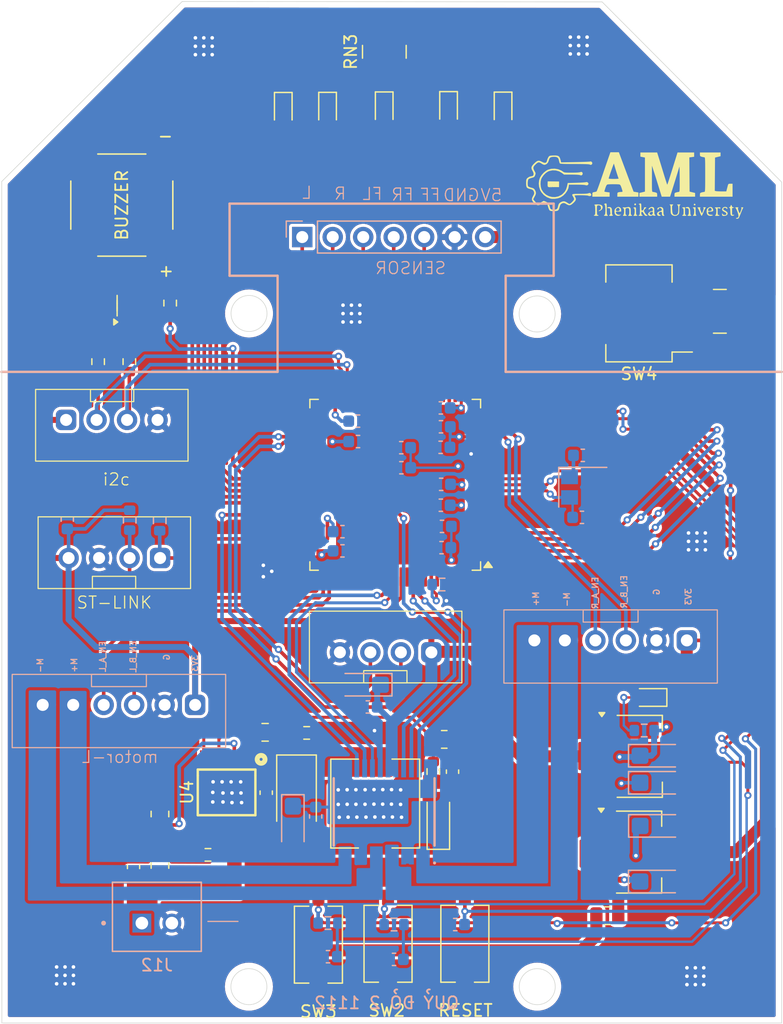
<source format=kicad_pcb>
(kicad_pcb (version 20240108) (generator "pcbnew") (generator_version "8.0")
  (title_block (title "PBC_micromouse_2_2024"))
  (layers (0 "F.Cu" signal) (31 "B.Cu" signal) (34 "B.Paste" user) (35 "F.Paste" user) (36 "B.SilkS" user "B.Silkscreen") (37 "F.SilkS" user "F.Silkscreen") (38 "B.Mask" user) (39 "F.Mask" user) (44 "Edge.Cuts" user))
  (net 0 "")
  (net 6 "/PWMA")
  (net 7 "/NRST")
  (net 10 "Net-(C13-Pad1)")
  (net 15 "GND")
  (net 18 "/BUTTON_0")
  (net 24 "Net-(C12-Pad1)")
  (net 29 "/UART3_TX")
  (net 33 "/SS_FF")
  (net 34 "/SS_FR")
  (net 40 "/SS_FL")
  (net 43 "/SS_L")
  (net 45 "/SS_R")
  (net 50 "/I2C2_SDA")
  (net 54 "/BUTTON_1")
  (net 60 "/PWMB")
  (net 62 "/UART3_RX")
  (net 63 "+3V3")
  (net 64 "Net-(U1-BOOT0)")
  (net 65 "/SWDIO")
  (net 66 "/SWCLK")
  (net 67 "/PH1")
  (net 68 "/PH0")
  (net 69 "+5V")
  (net 70 "6.5-7.5V")
  (net 71 "Net-(U4-BST)")
  (net 72 "Net-(C21-Pad2)")
  (net 73 "Net-(U4-COMP)")
  (net 74 "Net-(U4-FREQ)")
  (net 75 "Net-(U4-EN)")
  (net 76 "Net-(U4-FB)")
  (net 77 "Net-(D1-K)")
  (net 78 "/I2C2_SCL")
  (net 79 "/EN_B_R")
  (net 80 "/EN_A_R")
  (net 81 "/EN_A_L")
  (net 82 "/EN_B_L")
  (net 83 "/AIN2")
  (net 84 "/AIN1")
  (net 85 "/BIN1")
  (net 86 "/BIN2")
  (net 87 "/M2-R")
  (net 88 "/M1-L")
  (net 89 "/M2-L")
  (net 90 "/M1-R")
  (net 91 "Net-(Q1-B)")
  (net 92 "/BUZZ")
  (net 93 "Net-(D2-A)")
  (net 94 "/LED_FR")
  (net 95 "/LED_FF")
  (net 96 "/LED_FL")
  (net 97 "/LED_R")
  (net 98 "/LED_L")
  (net 99 "Net-(U5-VI)")
  (net 100 "Net-(D8-K)")
  (net 101 "Net-(D3-K)")
  (net 102 "Net-(D4-K)")
  (net 103 "Net-(D5-K)")
  (net 104 "Net-(RN2-R5.2)")
  (net 105 "Net-(RN2-R3.2)")
  (net 106 "Net-(RN2-R4.2)")
  (net 107 "Net-(RN2-R1.2)")
  (net 108 "Net-(RN2-R2.2)")
  (net 109 "/BIT_SW_4")
  (net 110 "/BIT_SW_1")
  (net 111 "/BIT_SW_3")
  (net 112 "/BIT_SW_0")
  (net 113 "/BIT_SW_2")
  (net 114 "Net-(D9-K)")
  (net 115 "Net-(Q1-C)")
  (net 116 "+5VD")
  (footprint "LED_SMD:LED_0603_1608Metric" (layer "F.Cu") (at 188.782163 57.800219 -90)
    (property "Reference" "D9" (hide yes))
    (property "Value" "LED" (hide yes))
  )
  (footprint "Button_Switch_SMD:SW_Tactile_SPST_NO_Straight_CK_PTS636Sx25SMTRLFS" (layer "F.Cu") (at 173.4 127.275 90)
    (property "Reference" "SW3")
    (property "Value" "SW_Push" (hide yes))
  )
  (footprint "Capacitor_SMD:C_0603_1608Metric" (layer "F.Cu") (at 184.572163 112.875438 90)
    (property "Reference" "C18" (hide yes))
    (property "Value" "22uF" (hide yes))
  )
  (footprint "Package_QFP:LQFP-100_14x14mm_P0.5mm" (layer "F.Cu") (at 179.8 89 180)
    (property "Reference" "U1" (hide yes))
    (property "Value" "STM32H743VITx" (hide yes))
  )
  (footprint "Package_TO_SOT_SMD:SOT-23" (layer "F.Cu") (at 157.992163 74.090219)
    (property "Reference" "Q1" (hide yes))
    (property "Value" "S8550" (hide yes))
  )
  (footprint "Capacitor_SMD:C_0603_1608Metric" (layer "F.Cu") (at 158 120.8 -90)
    (property "Reference" "C19" (hide yes))
    (property "Value" "10uF" (hide yes))
  )
  (footprint "Diode_SMD:D_SMA" (layer "F.Cu") (at 171.575 115 -90)
    (property "Reference" "D1" (hide yes))
    (property "Value" "40V-5A" (hide yes))
  )
  (footprint "Capacitor_SMD:C_0805_2012Metric" (layer "F.Cu") (at 168.962163 109.600219)
    (property "Reference" "C21" (hide yes))
    (property "Value" "150pF" (hide yes))
  )
  (footprint "LED_SMD:LED_0603_1608Metric" (layer "F.Cu") (at 178.88 57.7875 -90)
    (property "Reference" "D5" (hide yes))
    (property "Value" "LED" (hide yes))
  )
  (footprint "Resistor_SMD:R_Array_Convex_5x0603" (layer "F.Cu") (at 206.842163 74.560219 180)
    (property "Reference" "RN2" (hide yes))
    (property "Value" "R_Pack05" (hide yes))
  )
  (footprint "Resistor_SMD:R_0603_1608Metric" (layer "F.Cu") (at 161.05 73.875 -90)
    (property "Reference" "R10" (hide yes))
    (property "Value" "1K" (hide yes))
  )
  (footprint "JST-254:JST 4" (layer "F.Cu") (at 185.35 100.3537 180)
    (property "Reference" "J1" (hide yes))
    (property "Value" "Conn_01x04_Socket" (hide yes))
  )
  (footprint "Resistor_SMD:R_0603_1608Metric" (layer "F.Cu") (at 155.05 78.75 -90)
    (property "Reference" "R17" (hide yes))
    (property "Value" "4.7k" (hide yes))
  )
  (footprint "Resistor_SMD:R_0603_1608Metric" (layer "F.Cu") (at 157.65 78.75 -90)
    (property "Reference" "R18" (hide yes))
    (property "Value" "4.7k" (hide yes))
  )
  (footprint "JST-254:JST 4" (layer "F.Cu") (at 162.75 92.5037 180)
    (property "Reference" "ST-LINK")
    (property "Value" "Conn_01x04_Socket" (hide yes))
  )
  (footprint "Capacitor_SMD:C_0603_1608Metric" (layer "F.Cu") (at 169.052163 114.625219 90)
    (property "Reference" "C20" (hide yes))
    (property "Value" "100nF" (hide yes))
  )
  (footprint "LED_SMD:LED_0603_1608Metric" (layer "F.Cu") (at 184.242163 57.760219 -90)
    (property "Reference" "D4" (hide yes))
    (property "Value" "LED" (hide yes))
  )
  (footprint "Resistor_SMD:R_0805_2012Metric" (layer "F.Cu") (at 160.2 116.4 90)
    (property "Reference" "R9" (hide yes))
    (property "Value" "20k" (hide yes))
  )
  (footprint "JST-254:JST 4" (layer "F.Cu") (at 149.84 86.1908)
    (property "Reference" "i2c")
    (property "Value" "Conn_01x04_Socket" (hide yes))
  )
  (footprint "Resistor_SMD:R_0805_2012Metric" (layer "F.Cu") (at 183.882163 110.190219 180)
    (property "Reference" "R5" (hide yes))
    (property "Value" "40.2K" (hide yes))
  )
  (footprint "Package_TO_SOT_SMD:SOT-223-3_TabPin2" (layer "F.Cu") (at 200.0875 119.57)
    (property "Reference" "U5" (hide yes))
    (property "Value" "AMS1117-5.0" (hide yes))
  )
  (footprint "Package_TO_SOT_SMD:SOT-223-3_TabPin2" (layer "F.Cu") (at 200.142163 111.600219)
    (property "Reference" "U2" (hide yes))
    (property "Value" "AMS1117" (hide yes))
  )
  (footprint "Resistor_SMD:R_0603_1608Metric" (layer "F.Cu") (at 172.422163 109.650219)
    (property "Reference" "R7" (hide yes))
    (property "Value" "100K" (hide yes))
  )
  (footprint "LED_SMD:LED_0603_1608Metric" (layer "F.Cu") (at 174.162163 57.820219 -90)
    (property "Reference" "D3" (hide yes))
    (property "Value" "LED" (hide yes))
  )
  (footprint "Resistor_SMD:R_0805_2012Metric" (layer "F.Cu") (at 160.2 120.6875 90)
    (property "Reference" "R8" (hide yes))
    (property "Value" "75k" (hide yes))
  )
  (footprint "Resistor_SMD:R_Array_Convex_5x0603" (layer "F.Cu") (at 178.892163 52.960219 90)
    (property "Reference" "RN3")
    (property "Value" "R_Pack05" (hide yes))
  )
  (footprint "Button_Switch_SMD:SW_Tactile_SPST_NO_Straight_CK_PTS636Sx25SMTRLFS" (layer "F.Cu") (at 179.2 127.2 90)
    (property "Reference" "SW2")
    (property "Value" "SW_Push" (hide yes))
  )
  (footprint "MP1584:SO-08POWER" (layer "F.Cu") (at 165.7508 114.6 180)
    (property "Reference" "U4")
    (property "Value" "MP1584" (hide yes))
  )
  (footprint "Button_Switch_SMD:SW_Tactile_SPST_NO_Straight_CK_PTS636Sx25SMTRLFS" (layer "F.Cu") (at 185.6 127.2 90)
    (property "Reference" "RESET")
    (property "Value" "SW_Push" (hide yes))
  )
  (footprint "LOGO" (layer "F.Cu") (at 199.50062 63.900708)
    (property "Reference" "G***" (hide yes))
    (property "Value" "LOGO" (hide yes))
  )
  (footprint "LED_SMD:LED_0603_1608Metric" (layer "F.Cu") (at 200.942163 106.700219 180)
    (property "Reference" "D2" (hide yes))
    (property "Value" "LED" (hide yes))
  )
  (footprint "LED_SMD:LED_0603_1608Metric" (layer "F.Cu") (at 170.472163 57.830219 -90)
    (property "Reference" "D8" (hide yes))
    (property "Value" "LED" (hide yes))
  )
  (footprint "Buzzer_Beeper:CUI_CMT-8530S-SMT" (layer "F.Cu") (at 157.022163 65.720219)
    (property "Reference" "BUZZER")
    (property "Value" "CMT-8530S-SMT" (hide yes))
  )
  (footprint "Button_Switch_SMD:SW_DIP_SPSTx05_Slide_KingTek_DSHP05TS_W7.62mm_P1.27mm" (layer "F.Cu") (at 200.102163 74.730219 180)
    (property "Reference" "SW4")
    (property "Value" "SW_DIP_x05" (hide yes))
  )
  (footprint "Resistor_SMD:R_0603_1608Metric" (layer "F.Cu") (at 182.972163 112.865219 90)
    (property "Reference" "R4" (hide yes))
    (property "Value" "210K" (hide yes))
  )
  (footprint "Resistor_SMD:R_0805_2012Metric" (layer "F.Cu") (at 197.4675 124.865)
    (property "Reference" "R21" (hide yes))
    (property "Value" "1.1R" (hide yes))
  )
  (footprint "Capacitor_Tantalum_SMD:CP_EIA-3216-10_Kemet-I" (layer "F.Cu") (at 183.392163 117.030219 90)
    (property "Reference" "C32" (hide yes))
    (property "Value" "10uF" (hide yes))
  )
  (footprint "Inductor_SMD:L_7.3x7.3_H4.5" (layer "F.Cu") (at 178.132163 115.530219 -90)
    (property "Reference" "L1" (hide yes))
    (property "Value" "22uH" (hide yes))
  )
  (footprint "Resistor_SMD:R_0603_1608Metric" (layer "F.Cu") (at 164.2 119.8 180)
    (property "Reference" "R6" (hide yes))
    (property "Value" "100k" (hide yes))
  )
  (footprint "Capacitor_SMD:C_0603_1608Metric" (layer "B.Cu") (at 195.352163 91.710219)
    (property "Reference" "C17" (hide yes))
    (property "Value" "15pF" (hide yes))
  )
  (footprint "Capacitor_SMD:C_0603_1608Metric" (layer "B.Cu") (at 180.302163 85.910219 180)
    (property "Reference" "C10" (hide yes))
    (property "Value" "100nF" (hide yes))
  )
  (footprint "Capacitor_SMD:C_0603_1608Metric" (layer "B.Cu") (at 183.657163 94.230219 180)
    (property "Reference" "C3" (hide yes))
    (property "Value" "100nF" (hide yes))
  )
  (footprint "Connector_PinHeader_2.54mm:jst" (layer "B.Cu") (at 159.942163 124.955219 180)
    (property "Reference" "J12")
    (property "Value" "Conn_01x02_Socket" (hide yes))
  )
  (footprint "Resistor_SMD:R_0603_1608Metric" (layer "B.Cu") (at 179.7 125.6 180)
    (property "Reference" "R20" (hide yes))
    (property "Value" "1k" (hide yes))
  )
  (footprint "JST-254:JST 6" (layer "B.Cu") (at 206.632163 104.490219 180)
    (property "Reference" "moter-r" (hide yes))
    (property "Value" "Conn_01x06_Pin" (hide yes))
  )
  (footprint "Capacitor_Tantalum_SMD:CP_EIA-3216-10_Kemet-I" (layer "B.Cu") (at 201.552163 117.390219)
    (property "Reference" "C30" (hide yes))
    (property "Value" "22uF" (hide yes))
  )
  (footprint "Capacitor_Tantalum_SMD:CP_EIA-3216-10_Kemet-I" (layer "B.Cu") (at 177.219663 105.640219 180)
    (property "Reference" "C25" (hide yes))
    (property "Value" "10uF" (hide yes))
  )
  (footprint "Resistor_SMD:R_0603_1608Metric" (layer "B.Cu") (at 174.2 125.475 180)
    (property "Reference" "R19" (hide yes))
    (property "Value" "1k" (hide yes))
  )
  (footprint "Capacitor_SMD:C_0603_1608Metric" (layer "B.Cu") (at 183.697163 92.460219 180)
    (property "Reference" "C6" (hide yes))
    (property "Value" "4.7uF" (hide yes))
  )
  (footprint "Capacitor_Tantalum_SMD:CP_EIA-3216-10_Kemet-I" (layer "B.Cu") (at 171.272163 117.100219 -90)
    (property "Reference" "C26" (hide yes))
    (property "Value" "10uF" (hide yes))
  )
  (footprint "Capacitor_SMD:C_0603_1608Metric" (layer "B.Cu") (at 184.8 125.6)
    (property "Reference" "C14" (hide yes))
    (property "Value" "100nF" (hide yes))
  )
  (footprint "JST-254:JST 6" (layer "B.Cu") (at 165.672163 109.860219 180)
    (property "Reference" "motor-L")
    (property "Value" "Conn_01x06_Pin" (hide yes))
  )
  (footprint "Capacitor_SMD:C_0603_1608Metric" (layer "B.Cu") (at 177.519663 107.490219 180)
    (property "Reference" "C22" (hide yes))
    (property "Value" "100nF" (hide yes))
  )
  (footprint "Connector_PinHeader_2.54mm:PinHeader_1x07_P2.54mm_Vertical" (layer "B.Cu") (at 172.052163 68.380219 -90)
    (property "Reference" "J5" (hide yes))
    (property "Value" "Conn_01x07_Pin" (hide yes))
  )
  (footprint "Capacitor_SMD:C_0603_1608Metric" (layer "B.Cu") (at 180.31 87.58 180)
    (property "Reference" "C11" (hide yes))
    (property "Value" "1uF" (hide yes))
  )
  (footprint "Capacitor_SMD:C_0603_1608Metric" (layer "B.Cu") (at 183.627163 88.960219 180)
    (property "Reference" "C1" (hide yes))
    (property "Value" "100nF" (hide yes))
  )
  (footprint "Capacitor_Tantalum_SMD:CP_EIA-3216-10_Kemet-I" (layer "B.Cu") (at 201.542163 113.800219)
    (property "Reference" "C23" (hide yes))
    (property "Value" "22uF" (hide yes))
  )
  (footprint "Resistor_SMD:R_0603_1608Metric" (layer "B.Cu") (at 160.18 91.9945 90)
    (property "Reference" "R3" (hide yes))
    (property "Value" "10K" (hide yes))
  )
  (footprint "Capacitor_SMD:C_0603_1608Metric" (layer "B.Cu") (at 183.582163 85.880219)
    (property "Reference" "C8" (hide yes))
    (property "Value" "100nF" (hide yes))
  )
  (footprint "Capacitor_SMD:C_0603_1608Metric" (layer "B.Cu") (at 175.4 92.9)
    (property "Reference" "C13" (hide yes))
    (property "Value" "2.2uF" (hide yes))
  )
  (footprint "Capacitor_SMD:C_0603_1608Metric" (layer "B.Cu") (at 195.422163 86.550219)
    (property "Reference" "C16" (hide yes))
    (property "Value" "15pF" (hide yes))
  )
  (footprint "Capacitor_SMD:C_0603_1608Metric" (layer "B.Cu") (at 183.612163 84.170219)
    (property "Reference" "C7" (hide yes))
    (property "Value" "100nF" (hide yes))
  )
  (footprint "Resistor_SMD:R_0603_1608Metric" (layer "B.Cu") (at 200.542163 109.450219 180)
    (property "Reference" "R11" (hide yes))
    (property "Value" "1K" (hide yes))
  )
  (footprint "Crystal:Crystal_SMD_3225-4Pin_3.2x2.5mm" (layer "B.Cu") (at 195.422163 89.200219)
    (property "Reference" "Y1" (hide yes))
    (property "Value" "Crystal_GND23_Small" (hide yes))
  )
  (footprint "Capacitor_SMD:C_0603_1608Metric" (layer "B.Cu") (at 183.6 82.6 180)
    (property "Reference" "C2" (hide yes))
    (property "Value" "100nF" (hide yes))
  )
  (footprint "Resistor_SMD:R_0603_1608Metric" (layer "B.Cu") (at 157.68 91.9445 -90)
    (property "Reference" "R2" (hide yes))
    (property "Value" "10K" (hide yes))
  )
  (footprint "Capacitor_SMD:C_0603_1608Metric" (layer "B.Cu") (at 179.7 128.5 180)
    (property "Reference" "C29" (hide yes))
    (property "Value" "100nF" (hide yes))
  )
  (footprint "Resistor_SMD:R_0603_1608Metric" (layer "B.Cu") (at 183.7 97.3 180)
    (property "Reference" "R1" (hide yes))
    (property "Value" "10K" (hide yes))
  )
  (footprint "Capacitor_SMD:C_0603_1608Metric" (layer "B.Cu") (at 174.2 128.275 180)
    (property "Reference" "C28" (hide yes))
    (property "Value" "100nF" (hide yes))
  )
  (footprint "Capacitor_SMD:C_0603_1608Metric" (layer "B.Cu") (at 183.6 90.7 180)
    (property "Reference" "C5" (hide yes))
    (property "Value" "100nF" (hide yes))
  )
  (footprint "Capacitor_Tantalum_SMD:CP_EIA-3216-10_Kemet-I" (layer "B.Cu") (at 201.542163 111.550219)
    (property "Reference" "C24" (hide yes))
    (property "Value" "22uF" (hide yes))
  )
  (footprint "Capacitor_SMD:C_0603_1608Metric" (layer "B.Cu") (at 152.48 91.8945 90)
    (property "Reference" "C15" (hide yes))
    (property "Value" "0.1uF" (hide yes))
  )
  (footprint "Capacitor_SMD:C_0603_1608Metric" (layer "B.Cu") (at 176.7 85.4)
    (property "Reference" "C4" (hide yes))
    (property "Value" "100nF" (hide yes))
  )
  (footprint "Capacitor_SMD:C_0603_1608Metric" (layer "B.Cu") (at 176.7 83.7)
    (property "Reference" "C12" (hide yes))
    (property "Value" "2.2uF" (hide yes))
  )
  (footprint "Capacitor_SMD:C_0603_1608Metric" (layer "B.Cu") (at 175.4 94.5)
    (property "Reference" "C9" (hide yes))
    (property "Value" "100nF" (hide yes))
  )
  (footprint "Capacitor_Tantalum_SMD:CP_EIA-3216-10_Kemet-I" (layer "B.Cu") (at 201.5375 122.02)
    (property "Reference" "C31" (hide yes))
    (property "Value" "22uF" (hide yes))
  )
  (footprint "Capacitor_SMD:C_0603_1608Metric" (layer "B.Cu") (at 173.172163 116.600219 -90)
    (property "Reference" "C27" (hide yes))
    (property "Value" "100nF" (hide yes))
  )
  (footprint "Library:SOP65P760X160-24N" (layer "B.Cu") (at 178.875 116.225 90)
    (property "Reference" "U3" (hide yes))
    (property "Value" "TB6612FNG_C_8_EL" (hide yes))
  )
  (gr_line (start 166 65.6) (end 193 65.6) (stroke (width 0.2)) (layer "B.SilkS"))
  (gr_line (start 189 71.6) (end 189 79.6) (stroke (width 0.2)) (layer "B.SilkS"))
  (gr_line (start 193 71.6) (end 189 71.6) (stroke (width 0.2)) (layer "B.SilkS"))
  (gr_line (start 170 79.6) (end 170 71.6) (stroke (width 0.2)) (layer "B.SilkS"))
  (gr_line (start 189 79.6) (end 212 79.6) (stroke (width 0.2)) (layer "B.SilkS"))
  (gr_line (start 193 65.6) (end 193 71.6) (stroke (width 0.2)) (layer "B.SilkS"))
  (gr_line (start 170 79.6) (end 147 79.6) (stroke (width 0.2)) (layer "B.SilkS"))
  (gr_line (start 170 71.6) (end 166 71.6) (stroke (width 0.2)) (layer "B.SilkS"))
  (gr_line (start 164.192163 125.340219) (end 166.702163 125.340219) (stroke (width 0.1)) (layer "B.SilkS"))
  (gr_line (start 166 71.6) (end 166 65.6) (stroke (width 0.2)) (layer "B.SilkS"))
  (gr_line (start 147.02 63.754464) (end 162.05 48.774464) (stroke (width 0.05)) (layer "Edge.Cuts"))
  (gr_circle (center 167.62 74.74) (end 167.63 73.24) (stroke (width 0.05)) (fill none) (layer "Edge.Cuts"))
  (gr_line (start 162.05 48.774464) (end 197.03 48.804464) (stroke (width 0.05)) (layer "Edge.Cuts"))
  (gr_line (start 211.99 63.804464) (end 211.99 133.794464) (stroke (width 0.05)) (layer "Edge.Cuts"))
  (gr_line (start 211.99 133.794464) (end 147.03 133.794464) (stroke (width 0.05)) (layer "Edge.Cuts"))
  (gr_line (start 147.03 133.794464) (end 147.02 63.754464) (stroke (width 0.05)) (layer "Edge.Cuts"))
  (gr_circle (center 191.63 130.770299) (end 191.6 129.270299) (stroke (width 0.05)) (fill none) (layer "Edge.Cuts"))
  (gr_line (start 197.03 48.804464) (end 211.99 63.804464) (stroke (width 0.05)) (layer "Edge.Cuts"))
  (gr_circle (center 191.62 74.780299) (end 191.59 73.280299) (stroke (width 0.05)) (fill none) (layer "Edge.Cuts"))
  (gr_circle (center 167.61 130.770299) (end 167.58 129.270299) (stroke (width 0.05)) (fill none) (layer "Edge.Cuts"))
  (gr_text "G\n" (at 201.862163 97.600219 90) (layer "B.SilkS") (effects (font (size 0.5 0.5) (thickness 0.1)) (justify left bottom mirror)))
  (gr_text "EN_A_L\n" (at 155.722163 101.950219 90) (layer "B.SilkS") (effects (font (size 0.5 0.5) (thickness 0.1)) (justify left bottom mirror)))
  (gr_text "M-\n" (at 194.382163 97.890219 90) (layer "B.SilkS") (effects (font (size 0.5 0.5) (thickness 0.1)) (justify left bottom mirror)))
  (gr_text "EN_B_L\n" (at 158.262163 101.920219 90) (layer "B.SilkS") (effects (font (size 0.5 0.5) (thickness 0.1)) (justify left bottom mirror)))
  (gr_text "M-\n" (at 150.512163 103.370219 90) (layer "B.SilkS") (effects (font (size 0.5 0.5) (thickness 0.1)) (justify left bottom mirror)))
  (gr_text "GND" (at 186.9 65.475 0) (layer "B.SilkS") (effects (font (size 1 1) (thickness 0.1)) (justify left bottom mirror)))
  (gr_text "L" (at 172.925 65.275 0) (layer "B.SilkS") (effects (font (size 1 1) (thickness 0.1)) (justify left bottom mirror)))
  (gr_text "FF" (at 183.625 65.45 0) (layer "B.SilkS") (effects (font (size 1 1) (thickness 0.1)) (justify left bottom mirror)))
  (gr_text "EN_B_R\n" (at 199.152163 96.470219 90) (layer "B.SilkS") (effects (font (size 0.5 0.5) (thickness 0.1)) (justify left bottom mirror)))
  (gr_text "G" (at 161.052163 103.030219 90) (layer "B.SilkS") (effects (font (size 0.5 0.5) (thickness 0.1)) (justify left bottom mirror)))
  (gr_text "3V3\n" (at 163.412163 103.100219 90) (layer "B.SilkS") (effects (font (size 0.5 0.5) (thickness 0.1)) (justify left bottom mirror)))
  (gr_text "QUỶ ĐỎ 2 1112\n" (at 179.082163 132.120219 0) (layer "B.SilkS") (effects (font (size 1 1)) (justify mirror)))
  (gr_text "M+\n\n" (at 192.612163 97.830219 90) (layer "B.SilkS") (effects (font (size 0.5 0.5) (thickness 0.1)) (justify left bottom mirror)))
  (gr_text "FR" (at 181.4 65.425 0) (layer "B.SilkS") (effects (font (size 1 1) (thickness 0.1)) (justify left bottom mirror)))
  (gr_text "SENSOR\n" (at 184.1 71.55 0) (layer "B.SilkS") (effects (font (size 1 1) (thickness 0.1)) (justify left bottom mirror)))
  (gr_text "3V3\n" (at 204.512163 97.560219 90) (layer "B.SilkS") (effects (font (size 0.5 0.5) (thickness 0.1)) (justify left bottom mirror)))
  (gr_text "5V" (at 188.775 65.475 0) (layer "B.SilkS") (effects (font (size 1 1) (thickness 0.1)) (justify left bottom mirror)))
  (gr_text "M+\n\n" (at 154.152163 103.350219 90) (layer "B.SilkS") (effects (font (size 0.5 0.5) (thickness 0.1)) (justify left bottom mirror)))
  (gr_text "EN_A_R\n" (at 196.752163 96.600219 90) (layer "B.SilkS") (effects (font (size 0.5 0.5) (thickness 0.1)) (justify left bottom mirror)))
  (gr_text "R" (at 175.775 65.35 0) (layer "B.SilkS") (effects (font (size 1 1) (thickness 0.1)) (justify left bottom mirror)))
  (gr_text "FL" (at 178.8 65.375 0) (layer "B.SilkS") (effects (font (size 1 1) (thickness 0.1)) (justify left bottom mirror)))
  (segment (start 180.5 91.800219) (end 179.699781 91) (width 0.3) (layer "F.Cu") (net 6))
  (segment (start 184.170911 99.601471) (end 184.169659 99.600219) (width 0.3) (layer "F.Cu") (net 6))
  (segment (start 184.169659 99.600219) (end 181.2356 99.600219) (width 0.3) (layer "F.Cu") (net 6))
  (segment (start 181.2356 99.600219) (end 181.229298 99.593917) (width 0.3) (layer "F.Cu") (net 6))
  (segment (start 179.699781 91) (end 172.125 91) (width 0.3) (layer "F.Cu") (net 6))
  (via (at 180.5 91.800219) (size 0.6) (drill 0.3) (layers "F.Cu" "B.Cu") (net 6))
  (via (at 181.229298 99.593917) (size 0.6) (drill 0.3) (layers "F.Cu" "B.Cu") (net 6))
  (via (at 184.170911 99.601471) (size 0.6) (drill 0.3) (layers "F.Cu" "B.Cu") (net 6))
  (segment (start 185.732163 101.162723) (end 185.732163 105.517837) (width 0.3) (layer "B.Cu") (net 6))
  (segment (start 184.170911 99.601471) (end 185.732163 101.162723) (width 0.3) (layer "B.Cu") (net 6))
  (segment (start 180.5 98.864619) (end 181.229298 99.593917) (width 0.3) (layer "B.Cu") (net 6))
  (segment (start 180.5 91.800219) (end 180.5 98.864619) (width 0.3) (layer "B.Cu") (net 6))
  (segment (start 185.732163 105.517837) (end 181.8 109.45) (width 0.3) (layer "B.Cu") (net 6))
  (segment (start 181.8 109.45) (end 181.8 112.6) (width 0.3) (layer "B.Cu") (net 6))
  (segment (start 208.722163 108.710219) (end 207.332382 110.1) (width 0.25) (layer "F.Cu") (net 7))
  (segment (start 185.6 124.5) (end 185.6 123.325) (width 0.3) (layer "F.Cu") (net 7))
  (segment (start 192.172163 87.840219) (end 202.485767 87.840219) (width 0.25) (layer "F.Cu") (net 7))
  (segment (start 187.475 88.5) (end 191.512382 88.5) (width 0.25) (layer "F.Cu") (net 7))
  (segment (start 191.512382 88.5) (end 192.172163 87.840219) (width 0.25) (layer "F.Cu") (net 7))
  (segment (start 207.332382 110.1) (end 207 110.1) (width 0.25) (layer "F.Cu") (net 7))
  (segment (start 202.485767 87.840219) (end 208.722163 94.076615) (width 0.25) (layer "F.Cu") (net 7))
  (segment (start 208.722163 94.076615) (end 208.722163 108.710219) (width 0.25) (layer "F.Cu") (net 7))
  (via (at 207 110.1) (size 0.6) (drill 0.3) (layers "F.Cu" "B.Cu") (net 7))
  (via (at 185.6 124.5) (size 0.6) (drill 0.3) (layers "F.Cu" "B.Cu") (net 7))
  (segment (start 185.575 125.6) (end 185.575 124.525) (width 0.3) (layer "B.Cu") (net 7))
  (segment (start 206.05 124.5) (end 185.6 124.5) (width 0.25) (layer "B.Cu") (net 7))
  (segment (start 208.55 111.65) (end 208.55 122) (width 0.25) (layer "B.Cu") (net 7))
  (segment (start 208.55 122) (end 206.05 124.5) (width 0.25) (layer "B.Cu") (net 7))
  (segment (start 185.575 124.525) (end 185.6 124.5) (width 0.3) (layer "B.Cu") (net 7))
  (segment (start 208.55 111.65) (end 207 110.1) (width 0.25) (layer "B.Cu") (net 7))
  (segment (start 173.642382 94) (end 172.125 94) (width 0.3) (layer "F.Cu") (net 10))
  (segment (start 174.152163 91.790219) (end 174.152163 93.490219) (width 0.3) (layer "F.Cu") (net 10))
  (segment (start 174.152163 93.490219) (end 173.642382 94) (width 0.3) (layer "F.Cu") (net 10))
  (via (at 174.152163 91.790219) (size 0.6) (drill 0.3) (layers "F.Cu" "B.Cu") (net 10))
  (segment (start 174.625 92.263056) (end 174.625 92.9) (width 0.25) (layer "B.Cu") (net 10))
  (segment (start 174.152163 91.790219) (end 174.625 92.263056) (width 0.25) (layer "B.Cu") (net 10))
  (segment (start 179.125 131.15) (end 179.2 131.075) (width 0.25) (layer "F.Cu") (net 15))
  (segment (start 197.1375 117.47) (end 196.9375 117.27) (width 0.3) (layer "F.Cu") (net 15))
  (via (at 204.932163 93.010219) (size 0.6) (drill 0.3) (layers "F.Cu" "B.Cu") (net 15))
  (via (at 151.592163 129.830219) (size 0.6) (drill 0.3) (layers "F.Cu" "B.Cu") (net 15))
  (via (at 166.2 115.45) (size 0.6) (drill 0.3) (layers "F.Cu" "B.Cu") (net 15))
  (via (at 175.45 75.45) (size 0.6) (drill 0.3) (layers "F.Cu" "B.Cu") (net 15))
  (via (at 176.15 74.05) (size 0.6) (drill 0.3) (layers "F.Cu" "B.Cu") (net 15))
  (via (at 152.992163 129.830219) (size 0.6) (drill 0.3) (layers "F.Cu" "B.Cu") (net 15))
  (via (at 194.382163 53.140219) (size 0.6) (drill 0.3) (layers "F.Cu" "B.Cu") (net 15))
  (via (at 195.782163 52.440219) (size 0.6) (drill 0.3) (layers "F.Cu" "B.Cu") (net 15))
  (via (at 168.812163 95.700219) (size 0.6) (drill 0.3) (layers "F.Cu" "B.Cu") (net 15))
  (via (at 163.152163 52.500219) (size 0.6) (drill 0.3) (layers "F.Cu" "B.Cu") (net 15))
  (via (at 164.6 115.4) (size 0.6) (drill 0.3) (layers "F.Cu" "B.Cu") (net 15))
  (via (at 165.375 113.725) (size 0.6) (drill 0.3) (layers "F.Cu" "B.Cu") (net 15))
  (via (at 163.852163 52.500219) (size 0.6) (drill 0.3) (layers "F.Cu" "B.Cu") (net 15))
  (via (at 163.852163 53.200219) (size 0.6) (drill 0.3) (layers "F.Cu" "B.Cu") (net 15))
  (via (at 205.632163 93.010219) (size 0.6) (drill 0.3) (layers "F.Cu" "B.Cu") (net 15))
  (via (at 163.152163 53.200219) (size 0.6) (drill 0.3) (layers "F.Cu" "B.Cu") (net 15))
  (via (at 195.782163 51.740219) (size 0.6) (drill 0.3) (layers "F.Cu" "B.Cu") (net 15))
  (via (at 204.8 130.6) (size 0.6) (drill 0.3) (layers "F.Cu" "B.Cu") (net 15))
  (via (at 204.232163 93.710219) (size 0.6) (drill 0.3) (layers "F.Cu" "B.Cu") (net 15))
  (via (at 166.125 113.725) (size 0.6) (drill 0.3) (layers "F.Cu" "B.Cu") (net 15))
  (via (at 204.8 129.9) (size 0.6) (drill 0.3) (layers "F.Cu" "B.Cu") (net 15))
  (via (at 165.45 114.65) (size 0.6) (drill 0.3) (layers "F.Cu" "B.Cu") (net 15))
  (via (at 167 115.45) (size 0.6) (drill 0.3) (layers "F.Cu" "B.Cu") (net 15))
  (via (at 163.152163 51.800219) (size 0.6) (drill 0.3) (layers "F.Cu" "B.Cu") (net 15))
  (via (at 194.382163 52.440219) (size 0.6) (drill 0.3) (layers "F.Cu" "B.Cu") (net 15))
  (via (at 164.6 114.6) (size 0.6) (drill 0.3) (layers "F.Cu" "B.Cu") (net 15))
  (via (at 204.932163 93.710219) (size 0.6) (drill 0.3) (layers "F.Cu" "B.Cu") (net 15))
  (via (at 195.082163 52.440219) (size 0.6) (drill 0.3) (layers "F.Cu" "B.Cu") (net 15))
  (via (at 164.552163 51.800219) (size 0.6) (drill 0.3) (layers "F.Cu" "B.Cu") (net 15))
  (via (at 176.15 75.45) (size 0.6) (drill 0.3) (layers "F.Cu" "B.Cu") (net 15))
  (via (at 205.5 130.6) (size 0.6) (drill 0.3) (layers "F.Cu" "B.Cu") (net 15))
  (via (at 165.45 115.4) (size 0.6) (drill 0.3) (layers "F.Cu" "B.Cu") (net 15))
  (via (at 176.85 75.45) (size 0.6) (drill 0.3) (layers "F.Cu" "B.Cu") (net 15))
  (via (at 151.592163 130.530219) (size 0.6) (drill 0.3) (layers "F.Cu" "B.Cu") (net 15))
  (via (at 166.95 114.65) (size 0.6) (drill 0.3) (layers "F.Cu" "B.Cu") (net 15))
  (via (at 205.5 129.2) (size 0.6) (drill 0.3) (layers "F.Cu" "B.Cu") (net 15))
  (via (at 175.45 74.75) (size 0.6) (drill 0.3) (layers "F.Cu" "B.Cu") (net 15))
  (via (at 176.15 74.75) (size 0.6) (drill 0.3) (layers "F.Cu" "B.Cu") (net 15))
  (via (at 204.232163 94.410219) (size 0.6) (drill 0.3) (layers "F.Cu" "B.Cu") (net 15))
  (via (at 205.632163 93.710219) (size 0.6) (drill 0.3) (layers "F.Cu" "B.Cu") (net 15))
  (via (at 175.45 74.05) (size 0.6) (drill 0.3) (layers "F.Cu" "B.Cu") (net 15))
  (via (at 152.992163 130.530219) (size 0.6) (drill 0.3) (layers "F.Cu" "B.Cu") (net 15))
  (via (at 168.812163 96.650219) (size 0.6) (drill 0.3) (layers "F.Cu" "B.Cu") (net 15))
  (via (at 204.1 130.6) (size 0.6) (drill 0.3) (layers "F.Cu" "B.Cu") (net 15))
  (via (at 204.932163 94.410219) (size 0.6) (drill 0.3) (layers "F.Cu" "B.Cu") (net 15))
  (via (at 195.782163 53.140219) (size 0.6) (drill 0.3) (layers "F.Cu" "B.Cu") (net 15))
  (via (at 163.852163 51.800219) (size 0.6) (drill 0.3) (layers "F.Cu" "B.Cu") (net 15))
  (via (at 176.85 74.05) (size 0.6) (drill 0.3) (layers "F.Cu" "B.Cu") (net 15))
  (via (at 176.85 74.75) (size 0.6) (drill 0.3) (layers "F.Cu" "B.Cu") (net 15))
  (via (at 205.632163 94.410219) (size 0.6) (drill 0.3) (layers "F.Cu" "B.Cu") (net 15))
  (via (at 151.592163 129.130219) (size 0.6) (drill 0.3) (layers "F.Cu" "B.Cu") (net 15))
  (via (at 204.232163 93.010219) (size 0.6) (drill 0.3) (layers "F.Cu" "B.Cu") (net 15))
  (via (at 184.062163 98.650219) (size 0.6) (drill 0.3) (layers "F.Cu" "B.Cu") (net 15))
  (via (at 164.552163 52.500219) (size 0.6) (drill 0.3) (layers "F.Cu" "B.Cu") (net 15))
  (via (at 204.8 129.2) (size 0.6) (drill 0.3) (layers "F.Cu" "B.Cu") (net 15))
  (via (at 195.082163 53.140219) (size 0.6) (drill 0.3) (layers "F.Cu" "B.Cu") (net 15))
  (via (at 186.122163 86.430219) (size 0.6) (drill 0.3) (layers "F.Cu" "B.Cu") (net 15))
  (via (at 152.992163 129.130219) (size 0.6) (drill 0.3) (layers "F.Cu" "B.Cu") (net 15))
  (via (at 166.925 113.725) (size 0.6) (drill 0.3) (layers "F.Cu" "B.Cu") (net 15))
  (via (at 152.292163 129.830219) (size 0.6) (drill 0.3) (layers "F.Cu" "B.Cu") (net 15))
  (via (at 152.292163 129.130219) (size 0.6) (drill 0.3) (layers "F.Cu" "B.Cu") (net 15))
  (via (at 164.552163 53.200219) (size 0.6) (drill 0.3) (layers "F.Cu" "B.Cu") (net 15))
  (via (at 178.072163 109.460219) (size 0.6) (drill 0.3) (layers "F.Cu" "B.Cu") (net 15))
  (via (at 166.2 114.65) (size 0.6) (drill 0.3) (layers "F.Cu" "B.Cu") (net 15))
  (via (at 152.292163 130.530219) (size 0.6) (drill 0.3) (layers "F.Cu" "B.Cu") (net 15))
  (via (at 194.382163 51.740219) (size 0.6) (drill 0.3) (layers "F.Cu" "B.Cu") (net 15))
  (via (at 164.625 113.725) (size 0.6) (drill 0.3) (layers "F.Cu" "B.Cu") (net 15))
  (via (at 204.1 129.2) (size 0.6) (drill 0.3) (layers "F.Cu" "B.Cu") (net 15))
  (via (at 195.082163 51.740219) (size 0.6) (drill 0.3) (layers "F.Cu" "B.Cu") (net 15))
  (via (at 205.5 129.9) (size 0.6) (drill 0.3) (layers "F.Cu" "B.Cu") (net 15))
  (via (at 169.512163 96.200219) (size 0.6) (drill 0.3) (layers "F.Cu" "B.Cu") (net 15))
  (via (at 204.1 129.9) (size 0.6) (drill 0.3) (layers "F.Cu" "B.Cu") (net 15))
  (segment (start 193.231944 125.45) (end 173.811944 125.45) (width 0.25) (layer "F.Cu") (net 18))
  (segment (start 199.651944 83.5) (end 187.475 83.5) (width 0.25) (layer "F.Cu") (net 18))
  (segment (start 193.292163 125.510219) (end 193.231944 125.45) (width 0.25) (layer "F.Cu") (net 18))
  (segment (start 209.772163 109.340219) (end 209.772163 93.620219) (width 0.25) (layer "F.Cu") (net 18))
  (segment (start 173.811944 125.45) (end 173.4 125.038056) (width 0.25) (layer "F.Cu") (net 18))
  (segment (start 208.972163 110.140219) (end 209.772163 109.340219) (width 0.25) (layer "F.Cu") (net 18))
  (segment (start 207.322163 125.460219) (end 202.839781 125.460219) (width 0.25) (layer "F.Cu") (net 18))
  (segment (start 173.4 125.038056) (end 173.4 124.375) (width 0.25) (layer "F.Cu") (net 18))
  (segment (start 209.772163 93.620219) (end 199.651944 83.5) (width 0.25) (layer "F.Cu") (net 18))
  (segment (start 173.4 124.375) (end 173.4 123.4) (width 0.3) (layer "F.Cu") (net 18))
  (via (at 208.972163 110.140219) (size 0.6) (drill 0.3) (layers "F.Cu" "B.Cu") (net 18))
  (via (at 207.322163 125.460219) (size 0.6) (drill 0.3) (layers "F.Cu" "B.Cu") (net 18))
  (via (at 202.839781 125.460219) (size 0.6) (drill 0.3) (layers "F.Cu" "B.Cu") (net 18))
  (via (at 193.292163 125.510219) (size 0.6) (drill 0.3) (layers "F.Cu" "B.Cu") (net 18))
  (via (at 173.4 124.375) (size 0.6) (drill 0.3) (layers "F.Cu" "B.Cu") (net 18))
  (segment (start 193.292163 125.510219) (end 193.352382 125.45) (width 0.25) (layer "B.Cu") (net 18))
  (segment (start 193.352382 125.45) (end 202.829562 125.45) (width 0.25) (layer "B.Cu") (net 18))
  (segment (start 208.972163 110.140219) (end 209.825 110.993056) (width 0.25) (layer "B.Cu") (net 18))
  (segment (start 209.825 122.957382) (end 207.322163 125.460219) (width 0.25) (layer "B.Cu") (net 18))
  (segment (start 173.375 125.275) (end 173.375 124.4) (width 0.3) (layer "B.Cu") (net 18))
  (segment (start 173.375 125.275) (end 173.375 125.475) (width 0.2) (layer "B.Cu") (net 18))
  (segment (start 202.829562 125.45) (end 202.839781 125.460219) (width 0.25) (layer "B.Cu") (net 18))
  (segment (start 173.375 124.4) (end 173.4 124.375) (width 0.3) (layer "B.Cu") (net 18))
  (segment (start 209.825 110.993056) (end 209.825 122.957382) (width 0.25) (layer "B.Cu") (net 18))
  (segment (start 174.8 83.182441) (end 174.8 81.325) (width 0.3) (layer "F.Cu") (net 24))
  (segment (start 174.806055 83.188496) (end 174.8 83.182441) (width 0.3) (layer "F.Cu") (net 24))
  (via (at 174.806055 83.188496) (size 0.6) (drill 0.3) (layers "F.Cu" "B.Cu") (net 24))
  (segment (start 174.806055 83.188496) (end 175.317559 83.7) (width 0.3) (layer "B.Cu") (net 24))
  (segment (start 175.317559 83.7) (end 175.925 83.7) (width 0.3) (layer "B.Cu") (net 24))
  (segment (start 180.27 106.502382) (end 180.27 102.9445) (width 0.3) (layer "F.Cu") (net 29))
  (segment (start 179.272163 107.500219) (end 180.27 106.502382) (width 0.3) (layer "F.Cu") (net 29))
  (segment (start 180.2695 102.944) (end 180.27 102.944) (width 0.3) (layer "F.Cu") (net 29))
  (segment (start 173.872163 107.500219) (end 179.272163 107.500219) (width 0.3) (layer "F.Cu") (net 29))
  (segment (start 169.872163 103.500219) (end 173.872163 107.500219) (width 0.3) (layer "F.Cu") (net 29))
  (segment (start 180.2695 102.944) (end 180.27 102.9445) (width 0.2) (layer "F.Cu") (net 29))
  (segment (start 170.072382 85) (end 172.125 85) (width 0.3) (layer "F.Cu") (net 29))
  (via (at 169.872163 103.500219) (size 0.6) (drill 0.3) (layers "F.Cu" "B.Cu") (net 29))
  (via (at 170.072382 85) (size 0.6) (drill 0.3) (layers "F.Cu" "B.Cu") (net 29))
  (segment (start 166.022163 87.450219) (end 166.022163 99.650219) (width 0.3) (layer "B.Cu") (net 29))
  (segment (start 168.472382 85) (end 166.022163 87.450219) (width 0.3) (layer "B.Cu") (net 29))
  (segment (start 170.072382 85) (end 168.472382 85) (width 0.3) (layer "B.Cu") (net 29))
  (segment (start 166.022163 99.650219) (end 169.772163 103.400219) (width 0.3) (layer "B.Cu") (net 29))
  (segment (start 169.772163 103.400219) (end 169.872163 103.500219) (width 0.3) (layer "B.Cu") (net 29))
  (segment (start 182.212163 71.740219) (end 182.212163 68.380219) (width 0.3) (layer "F.Cu") (net 33))
  (segment (start 183.8 73.328056) (end 182.212163 71.740219) (width 0.3) (layer "F.Cu") (net 33))
  (segment (start 183.8 81.325) (end 183.8 73.328056) (width 0.3) (layer "F.Cu") (net 33))
  (segment (start 183.3 73.606738) (end 179.672163 69.978901) (width 0.3) (layer "F.Cu") (net 34))
  (segment (start 183.3 81.325) (end 183.3 73.606738) (width 0.3) (layer "F.Cu") (net 34))
  (segment (start 179.672163 69.978901) (end 179.672163 68.380219) (width 0.3) (layer "F.Cu") (net 34))
  (segment (start 177.962163 70.800219) (end 177.132163 69.970219) (width 0.3) (layer "F.Cu") (net 40))
  (segment (start 182.8 81.325) (end 182.8 73.813844) (width 0.3) (layer "F.Cu") (net 40))
  (segment (start 177.132163 69.970219) (end 177.132163 68.380219) (width 0.3) (layer "F.Cu") (net 40))
  (segment (start 179.786375 70.800219) (end 177.962163 70.800219) (width 0.3) (layer "F.Cu") (net 40))
  (segment (start 182.8 73.813844) (end 179.786375 70.800219) (width 0.3) (layer "F.Cu") (net 40))
  (segment (start 179.372163 71.800219) (end 173.452163 71.800219) (width 0.3) (layer "F.Cu") (net 43))
  (segment (start 172.052163 70.400219) (end 172.052163 68.380219) (width 0.3) (layer "F.Cu") (net 43))
  (segment (start 173.452163 71.800219) (end 172.052163 70.400219) (width 0.3) (layer "F.Cu") (net 43))
  (segment (start 181.3 81.325) (end 181.3 73.728056) (width 0.3) (layer "F.Cu") (net 43))
  (segment (start 181.3 73.728056) (end 179.372163 71.800219) (width 0.3) (layer "F.Cu") (net 43))
  (segment (start 174.592163 70.420219) (end 174.592163 68.380219) (width 0.3) (layer "F.Cu") (net 45))
  (segment (start 182.3 81.325) (end 182.3 74.02095) (width 0.3) (layer "F.Cu") (net 45))
  (segment (start 175.472163 71.300219) (end 174.592163 70.420219) (width 0.3) (layer "F.Cu") (net 45))
  (segment (start 182.3 74.02095) (end 179.579269 71.300219) (width 0.3) (layer "F.Cu") (net 45))
  (segment (start 179.579269 71.300219) (end 175.472163 71.300219) (width 0.3) (layer "F.Cu") (net 45))
  (segment (start 175.072163 79.184103) (end 175.3 79.41194) (width 0.25) (layer "F.Cu") (net 50))
  (segment (start 175.3 79.41194) (end 175.3 81.325) (width 0.25) (layer "F.Cu") (net 50))
  (segment (start 155.05 83.47) (end 154.92 83.6) (width 0.3) (layer "F.Cu") (net 50))
  (segment (start 175.072163 78.300219) (end 175.072163 79.184103) (width 0.25) (layer "F.Cu") (net 50))
  (segment (start 155.125 79.65) (end 155.125 79.6) (width 0.2) (layer "F.Cu") (net 50))
  (segment (start 155.05 79.725) (end 155.125 79.65) (width 0.2) (layer "F.Cu") (net 50))
  (segment (start 155.05 83.47) (end 155.05 79.575) (width 0.3) (layer "F.Cu") (net 50))
  (via (at 175.072163 78.300219) (size 0.6) (drill 0.3) (layers "F.Cu" "B.Cu") (net 50))
  (segment (start 158.972163 78.300219) (end 175.072163 78.300219) (width 0.3) (layer "B.Cu") (net 50))
  (segment (start 154.92 83.6) (end 154.92 82.352382) (width 0.3) (layer "B.Cu") (net 50))
  (segment (start 154.92 82.352382) (end 158.972163 78.300219) (width 0.3) (layer "B.Cu") (net 50))
  (segment (start 178.9 123.625) (end 179.2 123.325) (width 0.3) (layer "F.Cu") (net 54))
  (segment (start 198.772163 82.875) (end 198.337102 82.875) (width 0.25) (layer "F.Cu") (net 54))
  (segment (start 209.212163 93.930219) (end 209.212163 108.987837) (width 0.25) (layer "F.Cu") (net 54))
  (segment (start 178.9 124.3) (end 178.9 123.625) (width 0.3) (layer "F.Cu") (net 54))
  (segment (start 198.337102 82.875) (end 198.212102 83) (width 0.25) (layer "F.Cu") (net 54))
  (segment (start 199.652163 84.370219) (end 209.212163 93.930219) (width 0.25) (layer "F.Cu") (net 54))
  (segment (start 209.212163 108.987837) (end 207.1 111.1) (width 0.25) (layer "F.Cu") (net 54))
  (segment (start 187.475 83) (end 187.485219 83.010219) (width 0.2) (layer "F.Cu") (net 54))
  (segment (start 198.212102 83) (end 187.475 83) (width 0.25) (layer "F.Cu") (net 54))
  (segment (start 198.772163 84.370219) (end 199.652163 84.370219) (width 0.25) (layer "F.Cu") (net 54))
  (via (at 198.772163 82.875) (size 0.6) (drill 0.3) (layers "F.Cu" "B.Cu") (net 54))
  (via (at 198.772163 84.370219) (size 0.6) (drill 0.3) (layers "F.Cu" "B.Cu") (net 54))
  (via (at 178.9 124.3) (size 0.6) (drill 0.3) (layers "F.Cu" "B.Cu") (net 54))
  (via (at 207.1 111.1) (size 0.6) (drill 0.3) (layers "F.Cu" "B.Cu") (net 54))
  (segment (start 178.875 125.4) (end 178.875 124.325) (width 0.3) (layer "B.Cu") (net 54))
  (segment (start 208.05 112.05) (end 208.05 121.4) (width 0.2) (layer "B.Cu") (net 54))
  (segment (start 178.875 125.4) (end 178.875 125.6) (width 0.2) (layer "B.Cu") (net 54))
  (segment (start 208.05 121.4) (end 205.55 123.9) (width 0.2) (layer "B.Cu") (net 54))
  (segment (start 178.875 124.325) (end 178.9 124.3) (width 0.3) (layer "B.Cu") (net 54))
  (segment (start 198.772163 82.875) (end 198.772163 84.370219) (width 0.25) (layer "B.Cu") (net 54))
  (segment (start 178.9 124.072382) (end 178.9 124.3) (width 0.2) (layer "B.Cu") (net 54))
  (segment (start 179.072382 123.9) (end 178.9 124.072382) (width 0.2) (layer "B.Cu") (net 54))
  (segment (start 205.55 123.9) (end 179.072382 123.9) (width 0.2) (layer "B.Cu") (net 54))
  (segment (start 207.1 111.1) (end 208.05 112.05) (width 0.2) (layer "B.Cu") (net 54))
  (segment (start 165.402382 91.5) (end 172.125 91.5) (width 0.3) (layer "F.Cu") (net 60))
  (segment (start 165.372163 91.530219) (end 165.402382 91.5) (width 0.3) (layer "F.Cu") (net 60))
  (via (at 165.372163 91.530219) (size 0.6) (drill 0.3) (layers "F.Cu" "B.Cu") (net 60))
  (segment (start 165.372163 91.530219) (end 165.372163 100.200219) (width 0.3) (layer "B.Cu") (net 60))
  (segment (start 176.6 111.428056) (end 176.6 112.6) (width 0.3) (layer "B.Cu") (net 60))
  (segment (start 165.372163 100.200219) (end 176.6 111.428056) (width 0.3) (layer "B.Cu") (net 60))
  (segment (start 177.73 105.642382) (end 177.73 102.9445) (width 0.3) (layer "F.Cu") (net 62))
  (segment (start 170.191704 85.799917) (end 170.491621 85.5) (width 0.3) (layer "F.Cu") (net 62))
  (segment (start 174.372163 107.000219) (end 176.372163 107.000219) (width 0.3) (layer "F.Cu") (net 62))
  (segment (start 170.072163 102.700219) (end 174.372163 107.000219) (width 0.3) (layer "F.Cu") (net 62))
  (segment (start 176.372163 107.000219) (end 177.73 105.642382) (width 0.3) (layer "F.Cu") (net 62))
  (segment (start 170.060708 85.799917) (end 170.191704 85.799917) (width 0.3) (layer "F.Cu") (net 62))
  (segment (start 170.491621 85.5) (end 172.125 85.5) (width 0.3) (layer "F.Cu") (net 62))
  (via (at 170.060708 85.799917) (size 0.6) (drill 0.3) (layers "F.Cu" "B.Cu") (net 62))
  (via (at 170.072163 102.700219) (size 0.6) (drill 0.3) (layers "F.Cu" "B.Cu") (net 62))
  (segment (start 166.522163 87.750219) (end 166.522163 99.250219) (width 0.3) (layer "B.Cu") (net 62))
  (segment (start 170.060708 85.799917) (end 170.060406 85.800219) (width 0.3) (layer "B.Cu") (net 62))
  (segment (start 169.972163 102.700219) (end 170.072163 102.700219) (width 0.3) (layer "B.Cu") (net 62))
  (segment (start 170.060406 85.800219) (end 168.472163 85.800219) (width 0.3) (layer "B.Cu") (net 62))
  (segment (start 166.522163 99.250219) (end 169.972163 102.700219) (width 0.3) (layer "B.Cu") (net 62))
  (segment (start 168.472163 85.800219) (end 166.522163 87.750219) (width 0.3) (layer "B.Cu") (net 62))
  (segment (start 187.472163 104.350219) (end 186.022163 102.900219) (width 1) (layer "F.Cu") (net 63))
  (segment (start 207.152163 101.950219) (end 207.712163 101.390219) (width 0.3) (layer "F.Cu") (net 63))
  (segment (start 185.302163 91.690219) (end 186.111944 92.5) (width 0.25) (layer "F.Cu") (net 63))
  (segment (start 198.492163 111.650219) (end 197.042163 111.650219) (width 0.5) (layer "F.Cu") (net 63))
  (segment (start 157.65 77.925) (end 157.65 76.738056) (width 0.5) (layer "F.Cu") (net 63))
  (segment (start 187.752163 104.070219) (end 187.752163 96.870219) (width 0.5) (layer "F.Cu") (net 63))
  (segment (start 187.752163 96.870219) (end 182.752163 91.870219) (width 0.5) (layer "F.Cu") (net 63))
  (segment (start 163.132163 107.320219) (end 163.132163 101.850219) (width 0.5) (layer "F.Cu") (net 63))
  (segment (start 185.281944 82.6) (end 185.3 82.581944) (width 0.25) (layer "F.Cu") (net 63))
  (segment (start 197.062163 111.670219) (end 197.012163 111.620219) (width 0.5) (layer "F.Cu") (net 63))
  (segment (start 173.8 84.628056) (end 173.8 81.325) (width 0.3) (layer "F.Cu") (net 63))
  (segment (start 185.302163 90.7) (end 185.302163 91.690219) (width 0.25) (layer "F.Cu") (net 63))
  (segment (start 155.025 77.9) (end 155.125 77.9) (width 0.3) (layer "F.Cu") (net 63))
  (segment (start 185.122163 85) (end 187.475 85) (width 0.25) (layer "F.Cu") (net 63))
  (segment (start 164.638465 100.343917) (end 181.425861 100.343917) (width 0.5) (layer "F.Cu") (net 63))
  (segment (start 185.632382 85.5) (end 187.475 85.5) (width 0.25) (layer "F.Cu") (net 63))
  (segment (start 181.425861 100.343917) (end 182.81 101.728056) (width 0.5) (layer "F.Cu") (net 63))
  (segment (start 204.082163 110.810219) (end 204.082163 101.960219) (width 1) (layer "F.Cu") (net 63))
  (segment (start 150.391944 83.6) (end 150.372163 83.580219) (width 0.5) (layer "F.Cu") (net 63))
  (segment (start 172.125 95) (end 173.497382 95) (width 0.25) (layer "F.Cu") (net 63))
  (segment (start 152.38 83.6) (end 150.391944 83.6) (width 0.5) (layer "F.Cu") (net 63))
  (segment (start 185.3 82.581944) (end 185.3 81.325) (width 0.25) (layer "F.Cu") (net 63))
  (segment (start 204.092163 101.950219) (end 207.152163 101.950219) (width 0.3) (layer "F.Cu") (net 63))
  (segment (start 182.81 102.944) (end 182.81 102.9445) (width 0.5) (layer "F.Cu") (net 63))
  (segment (start 187.472163 104.350219) (end 187.752163 104.070219) (width 0.5) (layer "F.Cu") (net 63))
  (segment (start 185.771944 90) (end 187.475 90) (width 0.25) (layer "F.Cu") (net 63))
  (segment (start 208.632163 112.090219) (end 203.782163 112.090219) (width 0.25) (layer "F.Cu") (net 63))
  (segment (start 209.175 114.850219) (end 209.175 112.633056) (width 0.25) (layer "F.Cu") (net 63))
  (segment (start 203.782163 112.090219) (end 203.292163 111.600219) (width 0.25) (layer "F.Cu") (net 63))
  (segment (start 190.302163 111.600219) (end 196.992163 111.600219) (width 1) (layer "F.Cu") (net 63))
  (segment (start 184.482163 95.270219) (end 185.262983 95.270219) (width 0.25) (layer "F.Cu") (net 63))
  (segment (start 150.372163 83.580219) (end 150.372163 80.000219) (width 0.5) (layer "F.Cu") (net 63))
  (segment (start 182.81 101.728056) (end 182.81 102.944) (width 0.5) (layer "F.Cu") (net 63))
  (segment (start 185.032163 87.450219) (end 185.032163 86.100219) (width 0.25) (layer "F.Cu") (net 63))
  (segment (start 157.232163 76.320219) (end 157.232163 72.962719) (width 0.5) (layer "F.Cu") (net 63))
  (segment (start 186.111944 92.5) (end 187.475 92.5) (width 0.25) (layer "F.Cu") (net 63))
  (segment (start 173.497382 95) (end 173.672163 94.825219) (width 0.25) (layer "F.Cu") (net 63))
  (segment (start 163.132163 101.850219) (end 164.638465 100.343917) (width 0.5) (layer "F.Cu") (net 63))
  (segment (start 186.022163 102.900219) (end 182.853781 102.900219) (width 1) (layer "F.Cu") (net 63))
  (segment (start 187.472163 108.770219) (end 190.302163 111.600219) (width 1) (layer "F.Cu") (net 63))
  (segment (start 150.372163 94.210219) (end 150.372163 83.580219) (width 0.5) (layer "F.Cu") (net 63))
  (segment (start 152.59 95.0945) (end 151.256444 95.0945) (width 0.5) (layer "F.Cu") (net 63))
  (segment (start 196.912163 111.720219) (end 197.012163 111.620219) (width 0.5) (layer "F.Cu") (net 63))
  (segment (start 203.292163 111.600219) (end 204.082163 110.810219) (width 1) (layer "F.Cu") (net 63))
  (segment (start 184.015944 102.944) (end 182.81 102.944) (width 0.5) (layer "F.Cu") (net 63))
  (segment (start 157.232163 72.962719) (end 157.242163 72.952719) (width 0.5) (layer "F.Cu") (net 63))
  (segment (start 185.352163 89) (end 185.352163 89.580219) (width 0.25) (layer "F.Cu") (net 63))
  (segment (start 157.65 77.925) (end 155.05 77.925) (width 0.5) (layer "F.Cu") (net 63))
  (segment (start 209.175 112.633056) (end 208.632163 112.090219) (width 0.25) (layer "F.Cu") (net 63))
  (segment (start 185.352163 89.580219) (end 185.771944 90) (width 0.25) (layer "F.Cu") (net 63))
  (segment (start 204.082163 101.960219) (end 204.092163 101.950219) (width 1) (layer "F.Cu") (net 63))
  (segment (start 150.372163 80.000219) (end 152.447382 77.925) (width 0.5) (layer "F.Cu") (net 63))
  (segment (start 185.032163 86.100219) (end 185.632382 85.5) (width 0.25) (layer "F.Cu") (net 63))
  (segment (start 185.8 95.807236) (end 185.8 96.675) (width 0.25) (layer "F.Cu") (net 63))
  (segment (start 152.447382 77.925) (end 155.05 77.925) (width 0.5) (layer "F.Cu") (net 63))
  (segment (start 207.712163 101.390219) (end 207.712163 94.700219) (width 0.3) (layer "F.Cu") (net 63))
  (segment (start 187.472163 104.350219) (end 187.472163 108.770219) (width 1) (layer "F.Cu") (net 63))
  (segment (start 207.732163 89.470219) (end 207.742163 89.460219) (width 0.3) (layer "F.Cu") (net 63))
  (segment (start 155.025 77.9) (end 155.05 77.925) (width 0.3) (layer "F.Cu") (net 63))
  (segment (start 207.742163 89.460219) (end 207.742163 73.200219) (width 0.3) (layer "F.Cu") (net 63))
  (segment (start 157.65 76.738056) (end 157.232163 76.320219) (width 0.5) (layer "F.Cu") (net 63))
  (segment (start 202.692163 111.000219) (end 203.292163 111.600219) (width 0.2) (layer "F.Cu") (net 63))
  (segment (start 196.912163 111.720219) (end 196.902382 111.710438) (width 1) (layer "F.Cu") (net 63))
  (segment (start 185.262983 95.270219) (end 185.8 95.807236) (width 0.25) (layer "F.Cu") (net 63))
  (segment (start 174.571944 85.4) (end 173.8 84.628056) (width 0.3) (layer "F.Cu") (net 63))
  (segment (start 151.256444 95.0945) (end 150.372163 94.210219) (width 0.5) (layer "F.Cu") (net 63))
  (segment (start 184.172163 103.100219) (end 184.015944 102.944) (width 0.5) (layer "F.Cu") (net 63))
  (via (at 185.352163 89) (size 0.6) (drill 0.3) (layers "F.Cu" "B.Cu") (net 63))
  (via (at 185.122163 85) (size 0.6) (drill 0.3) (layers "F.Cu" "B.Cu") (net 63))
  (via (at 202.392163 109.150219) (size 0.6) (drill 0.3) (layers "F.Cu" "B.Cu") (net 63))
  (via (at 198.492163 111.650219) (size 0.6) (drill 0.3) (layers "F.Cu" "B.Cu") (net 63))
  (via (at 184.482163 95.270219) (size 0.6) (drill 0.3) (layers "F.Cu" "B.Cu") (net 63))
  (via (at 174.571944 85.4) (size 0.6) (drill 0.3) (layers "F.Cu" "B.Cu") (net 63))
  (via (at 185.032163 87.450219) (size 0.6) (drill 0.3) (layers "F.Cu" "B.Cu") (net 63))
  (via (at 185.281944 82.6) (size 0.6) (drill 0.3) (layers "F.Cu" "B.Cu") (net 63))
  (via (at 207.732163 89.470219) (size 0.6) (drill 0.3) (layers "F.Cu" "B.Cu") (net 63))
  (via (at 173.672163 94.825219) (size 0.6) (drill 0.3) (layers "F.Cu" "B.Cu") (net 63))
  (via (at 185.302163 90.7) (size 0.6) (drill 0.3) (layers "F.Cu" "B.Cu") (net 63))
  (via (at 207.712163 94.700219) (size 0.6) (drill 0.3) (layers "F.Cu" "B.Cu") (net 63))
  (via (at 209.175 114.850219) (size 0.6) (drill 0.3) (layers "F.Cu" "B.Cu") (net 63))
  (segment (start 198.542163 111.700219) (end 198.492163 111.650219) (width 0.5) (layer "B.Cu") (net 63))
  (segment (start 184.357163 84.200219) (end 184.387163 84.170219) (width 0.2) (layer "B.Cu") (net 63))
  (segment (start 184.357163 85.880219) (end 184.357163 84.200219) (width 0.2) (layer "B.Cu") (net 63))
  (segment (start 155.5305 91.1195) (end 157.68 91.1195) (width 0.3) (layer "B.Cu") (net 63))
  (segment (start 180.475 127.025) (end 180.475 125.55) (width 0.25) (layer "B.Cu") (net 63))
  (segment (start 198.492163 111.650219) (end 200.092163 111.650219) (width 0.5) (layer "B.Cu") (net 63))
  (segment (start 173.672163 94.800219) (end 173.672163 94.800219) (width 0.3) (layer "B.Cu") (net 63))
  (segment (start 179.5 108.897918) (end 179.5 108.695556) (width 0.5) (layer "B.Cu") (net 63))
  (segment (start 175.025 125.475) (end 174.975 125.425) (width 0.2) (layer "B.Cu") (net 63))
  (segment (start 184.432163 95.220219) (end 184.482163 95.270219) (width 0.25) (layer "B.Cu") (net 63))
  (segment (start 181.085 86.780219) (end 181.085 85.918056) (width 0.2) (layer "B.Cu") (net 63))
  (segment (start 179.8375 112.6125) (end 179.85 112.6) (width 0.2) (layer "B.Cu") (net 63))
  (segment (start 180.525 125.6) (end 180.475 125.55) (width 0.2) (layer "B.Cu") (net 63))
  (segment (start 207.732163 89.470219) (end 207.712163 89.490219) (width 0.3) (layer "B.Cu") (net 63))
  (segment (start 174.975 125.325) (end 175.025 125.275) (width 0.3) (layer "B.Cu") (net 63))
  (segment (start 152.59 92.7795) (end 152.59 95.0945) (width 0.3) (layer "B.Cu") (net 63))
  (segment (start 180.475 125.45) (end 180.525 125.4) (width 0.3) (layer "B.Cu") (net 63))
  (segment (start 174.975 127.0499) (end 174.975 125.425) (width 0.25) (layer "B.Cu") (net 63))
  (segment (start 173.672163 94.800219) (end 173.672163 94.825219) (width 0.3) (layer "B.Cu") (net 63))
  (segment (start 180.475 125.55) (end 180.475 125.45) (width 0.3) (layer "B.Cu") (net 63))
  (segment (start 185.122163 85) (end 184.466944 85) (width 0.25) (layer "B.Cu") (net 63))
  (segment (start 174.975 128.275) (end 174.975 127.0499) (width 0.25) (layer "B.Cu") (net 63))
  (segment (start 207.712163 89.490219) (end 207.712163 94.700219) (width 0.3) (layer "B.Cu") (net 63))
  (segment (start 201.367382 109.450438) (end 201.367163 109.450219) (width 0.3) (layer "B.Cu") (net 63))
  (segment (start 185.312382 88.960219) (end 185.352163 89) (width 0.2) (layer "B.Cu") (net 63))
  (segment (start 200.192163 111.550219) (end 201.134545 111.550219) (width 0.5) (layer "B.Cu") (net 63))
  (segment (start 163.132163 103.320219) (end 162.312163 102.500219) (width 0.5) (layer "B.Cu") (net 63))
  (segment (start 182.81 105.587918) (end 182.81 102.9445) (width 1) (layer "B.Cu") (net 63))
  (segment (start 178.294663 107.490219) (end 178.294663 105.915219) (width 0.5) (layer "B.Cu") (net 63))
  (segment (start 184.402163 88.960219) (end 185.312382 88.960219) (width 0.2) (layer "B.Cu") (net 63))
  (segment (start 154.872163 102.500219) (end 152.59 100.218056) (width 0.5) (layer "B.Cu") (net 63))
  (segment (start 180.480219 127.030219) (end 180.475 127.025) (width 0.2) (layer "B.Cu") (net 63))
  (segment (start 180.475 128.5) (end 180.475 127.025) (width 0.25) (layer "B.Cu") (net 63))
  (segment (start 181.085 87.58) (end 184.902382 87.58) (width 0.2) (layer "B.Cu") (net 63))
  (segment (start 209.072163 122.477837) (end 204.519781 127.030219) (width 0.2) (layer "B.Cu") (net 63))
  (segment (start 202.392163 109.150219) (end 202.091944 109.450438) (width 0.3) (layer "B.Cu") (net 63))
  (segment (start 152.48 92.6695) (end 153.9805 92.6695) (width 0.3) (layer "B.Cu") (net 63))
  (segment (start 180.475 127.025) (end 174.9999 127.025) (width 0.2) (layer "B.Cu") (net 63))
  (segment (start 173.972382 94.5) (end 174.625 94.5) (width 0.3) (layer "B.Cu") (net 63))
  (segment (start 209.175 114.850219) (end 209.072163 114.953056) (width 0.2) (layer "B.Cu") (net 63))
  (segment (start 185.302382 88.950219) (end 185.352163 89) (width 0.2) (layer "B.Cu") (net 63))
  (segment (start 179.5 112.475) (end 179.5 112.6125) (width 1) (layer "B.Cu") (net 63))
  (segment (start 179.5 108.695556) (end 178.294663 107.490219) (width 0.5) (layer "B.Cu") (net 63))
  (segment (start 184.472163 92.460219) (end 184.472163 94.190219) (width 0.2) (layer "B.Cu") (net 63))
  (segment (start 179.5 112.6125) (end 179.5 112.75) (width 1) (layer "B.Cu") (net 63))
  (segment (start 184.432163 94.230219) (end 184.432163 95.220219) (width 0.25) (layer "B.Cu") (net 63))
  (segment (start 162.312163 102.500219) (end 154.872163 102.500219) (width 0.5) (layer "B.Cu") (net 63))
  (segment (start 179.834931 108.562987) (end 182.81 105.587918) (width 1) (layer "B.Cu") (net 63))
  (segment (start 174.975 125.425) (end 174.975 125.325) (width 0.3) (layer "B.Cu") (net 63))
  (segment (start 174.9999 127.025) (end 174.975 127.0499) (width 0.2) (layer "B.Cu") (net 63))
  (segment (start 174.571944 85.4) (end 175.925 85.4) (width 0.3) (layer "B.Cu") (net 63))
  (segment (start 204.519781 127.030219) (end 180.480219 127.030219) (width 0.2) (layer "B.Cu") (net 63))
  (segment (start 185.281944 82.6) (end 184.375 82.6) (width 0.25) (layer "B.Cu") (net 63))
  (segment (start 201.367163 111.317601) (end 201.367163 109.450219) (width 0.5) (layer "B.Cu") (net 63))
  (segment (start 179.834931 108.562987) (end 179.5 108.897918) (width 1) (layer "B.Cu") (net 63))
  (segment (start 184.466944 85) (end 184.387163 84.920219) (width 0.25) (layer "B.Cu") (net 63))
  (segment (start 153.9805 92.6695) (end 155.5305 91.1195) (width 0.3) (layer "B.Cu") (net 63))
  (segment (start 181.085 87.58) (end 181.085 86.780219) (width 0.2) (layer "B.Cu") (net 63))
  (segment (start 185.302163 90.7) (end 184.375 90.7) (width 0.25) (layer "B.Cu") (net 63))
  (segment (start 173.647163 94.825219) (end 173.972382 94.5) (width 0.3) (layer "B.Cu") (net 63))
  (segment (start 152.48 92.6695) (end 152.59 92.7795) (width 0.3) (layer "B.Cu") (net 63))
  (segment (start 209.072163 114.953056) (end 209.072163 122.477837) (width 0.2) (layer "B.Cu") (net 63))
  (segment (start 179.5 108.897918) (end 179.5 112.475) (width 1) (layer "B.Cu") (net 63))
  (segment (start 163.132163 107.320219) (end 163.132163 103.320219) (width 0.5) (layer "B.Cu") (net 63))
  (segment (start 201.134545 111.550219) (end 201.367163 111.317601) (width 0.5) (layer "B.Cu") (net 63))
  (segment (start 152.59 100.218056) (end 152.59 95.0945) (width 0.5) (layer "B.Cu") (net 63))
  (segment (start 200.092163 111.650219) (end 200.192163 111.550219) (width 0.5) (layer "B.Cu") (net 63))
  (segment (start 184.902382 87.58) (end 185.032163 87.450219) (width 0.2) (layer "B.Cu") (net 63))
  (segment (start 173.672163 94.825219) (end 173.647163 94.825219) (width 0.3) (layer "B.Cu") (net 63))
  (segment (start 179.5 112.6125) (end 179.8375 112.6125) (width 0.2) (layer "B.Cu") (net 63))
  (segment (start 184.472163 94.190219) (end 184.432163 94.230219) (width 0.2) (layer "B.Cu") (net 63))
  (segment (start 184.387163 84.170219) (end 184.387163 84.920219) (width 0.25) (layer "B.Cu") (net 63))
  (segment (start 178.294663 105.915219) (end 178.569663 105.640219) (width 0.5) (layer "B.Cu") (net 63))
  (segment (start 202.091944 109.450438) (end 201.367382 109.450438) (width 0.3) (layer "B.Cu") (net 63))
  (segment (start 181.085 85.918056) (end 181.077163 85.910219) (width 0.2) (layer "B.Cu") (net 63))
  (segment (start 179.325 112.475) (end 179.2 112.6) (width 0.2) (layer "B.Cu") (net 63))
  (segment (start 179.5 112.475) (end 179.325 112.475) (width 0.2) (layer "B.Cu") (net 63))
  (segment (start 182.8 97.678056) (end 182.8 96.675) (width 0.25) (layer "F.Cu") (net 64))
  (segment (start 183.220911 98.651471) (end 183.232163 98.640219) (width 0.25) (layer "F.Cu") (net 64))
  (segment (start 183.232163 98.640219) (end 183.232163 98.110219) (width 0.25) (layer "F.Cu") (net 64))
  (segment (start 183.232163 98.110219) (end 182.8 97.678056) (width 0.25) (layer "F.Cu") (net 64))
  (via (at 183.220911 98.651471) (size 0.6) (drill 0.3) (layers "F.Cu" "B.Cu") (net 64))
  (segment (start 183.220911 98.651471) (end 182.875 98.30556) (width 0.25) (layer "B.Cu") (net 64))
  (segment (start 182.875 98.30556) (end 182.875 97.3) (width 0.25) (layer "B.Cu") (net 64))
  (segment (start 164.102382 93.5) (end 162.507882 95.0945) (width 0.3) (layer "F.Cu") (net 65))
  (segment (start 172.125 93.5) (end 164.102382 93.5) (width 0.3) (layer "F.Cu") (net 65))
  (segment (start 162.507882 95.0945) (end 160.21 95.0945) (width 0.3) (layer "F.Cu") (net 65))
  (segment (start 160.18 95.0645) (end 160.21 95.0945) (width 0.3) (layer "B.Cu") (net 65))
  (segment (start 160.18 92.8195) (end 160.18 95.0645) (width 0.3) (layer "B.Cu") (net 65))
  (segment (start 173.8 97.4) (end 173.8 96.675) (width 0.3) (layer "F.Cu") (net 66))
  (segment (start 157.67 95.0945) (end 157.67 95.5345) (width 0.3) (layer "F.Cu") (net 66))
  (segment (start 173.8 98.032382) (end 173.432382 98.4) (width 0.3) (layer "F.Cu") (net 66))
  (segment (start 157.67 96.958056) (end 157.67 95.0945) (width 0.3) (layer "F.Cu") (net 66))
  (segment (start 159.111944 98.4) (end 157.67 96.958056) (width 0.3) (layer "F.Cu") (net 66))
  (segment (start 173.8 96.675) (end 173.8 98.032382) (width 0.3) (layer "F.Cu") (net 66))
  (segment (start 173.432382 98.4) (end 159.111944 98.4) (width 0.3) (layer "F.Cu") (net 66))
  (segment (start 157.68 95.0845) (end 157.67 95.0945) (width 0.3) (layer "B.Cu") (net 66))
  (segment (start 157.68 92.7695) (end 157.68 95.0845) (width 0.3) (layer "B.Cu") (net 66))
  (segment (start 192.412382 89) (end 187.475 89) (width 0.25) (layer "F.Cu") (net 67))
  (segment (start 192.722163 88.690219) (end 192.412382 89) (width 0.25) (layer "F.Cu") (net 67))
  (via (at 192.722163 88.690219) (size 0.6) (drill 0.3) (layers "F.Cu" "B.Cu") (net 67))
  (segment (start 192.722163 88.690219) (end 193.062163 88.350219) (width 0.25) (layer "B.Cu") (net 67))
  (segment (start 194.647163 86.550219) (end 194.647163 88.025219) (width 0.3) (layer "B.Cu") (net 67))
  (segment (start 193.062163 88.350219) (end 194.322163 88.350219) (width 0.25) (layer "B.Cu") (net 67))
  (segment (start 192.434626 89.5) (end 187.475 89.5) (width 0.25) (layer "F.Cu") (net 68))
  (segment (start 192.709458 89.774832) (end 192.434626 89.5) (width 0.25) (layer "F.Cu") (net 68))
  (via (at 192.709458 89.774832) (size 0.6) (drill 0.3) (layers "F.Cu" "B.Cu") (net 68))
  (segment (start 192.709458 89.774832) (end 192.984845 90.050219) (width 0.25) (layer "B.Cu") (net 68))
  (segment (start 194.597163 90.325219) (end 194.322163 90.050219) (width 0.3) (layer "B.Cu") (net 68))
  (segment (start 192.984845 90.050219) (end 194.322163 90.050219) (width 0.25) (layer "B.Cu") (net 68))
  (segment (start 194.577163 91.710219) (end 194.577163 90.305219) (width 0.2) (layer "B.Cu") (net 68))
  (segment (start 194.577163 90.305219) (end 194.322163 90.050219) (width 0.2) (layer "B.Cu") (net 68))
  (segment (start 197.2375 119.87) (end 196.9375 119.57) (width 0.3) (layer "F.Cu") (net 69))
  (segment (start 202.937281 119.870219) (end 203.2375 119.57) (width 0.3) (layer "F.Cu") (net 69))
  (segment (start 197.062163 113.870219) (end 197.012163 113.920219) (width 0.3) (layer "F.Cu") (net 69))
  (segment (start 196.9375 119.57) (end 197.1575 119.57) (width 1) (layer "F.Cu") (net 69))
  (segment (start 203.2375 119.57) (end 208.152382 119.57) (width 1) (layer "F.Cu") (net 69))
  (segment (start 196.9375 119.57) (end 196.5955 119.57) (width 0.3) (layer "F.Cu") (net 69))
  (segment (start 205.332163 68.380219) (end 187.292163 68.380219) (width 1) (layer "F.Cu") (net 69))
  (segment (start 208.152382 119.57) (end 210.672163 117.050219) (width 1) (layer "F.Cu") (net 69))
  (segment (start 210.672163 117.050219) (end 210.672163 73.720219) (width 1) (layer "F.Cu") (net 69))
  (segment (start 210.672163 73.720219) (end 205.332163 68.380219) (width 1) (layer "F.Cu") (net 69))
  (segment (start 198.642163 113.850219) (end 197.042163 113.850219) (width 0.3) (layer "F.Cu") (net 69))
  (segment (start 196.5955 119.57) (end 196.5775 119.588) (width 0.3) (layer "F.Cu") (net 69))
  (via (at 199.849663 119.87) (size 0.6) (drill 0.3) (layers "F.Cu" "B.Cu") (net 69))
  (via (at 198.642163 113.850219) (size 0.6) (drill 0.3) (layers "F.Cu" "B.Cu") (net 69))
  (segment (start 198.692163 113.900219) (end 198.642163 113.850219) (width 0.3) (layer "B.Cu") (net 69))
  (segment (start 200.192163 113.800219) (end 198.692163 113.800219) (width 0.3) (layer "B.Cu") (net 69))
  (segment (start 199.849663 117.742719) (end 200.202163 117.390219) (width 0.5) (layer "B.Cu") (net 69))
  (segment (start 199.849663 119.87) (end 199.849663 117.742719) (width 0.5) (layer "B.Cu") (net 69))
  (segment (start 198.692163 113.800219) (end 198.642163 113.850219) (width 0.3) (layer "B.Cu") (net 69))
  (segment (start 195.322163 127.750219) (end 196.555 126.517382) (width 1) (layer "F.Cu") (net 70))
  (segment (start 160.962163 127.750219) (end 195.322163 127.750219) (width 1) (layer "F.Cu") (net 70))
  (segment (start 196.555 126.517382) (end 196.555 124.865) (width 1) (layer "F.Cu") (net 70))
  (segment (start 158.692163 125.480219) (end 160.962163 127.750219) (width 1) (layer "F.Cu") (net 70))
  (segment (start 167.6 117.256) (end 167.6558 117.2002) (width 0.3) (layer "F.Cu") (net 71))
  (segment (start 169.052163 116.780219) (end 169.052163 115.400219) (width 0.2) (layer "F.Cu") (net 71))
  (segment (start 167.6608 117.32) (end 168.512382 117.32) (width 0.2) (layer "F.Cu") (net 71))
  (segment (start 167.6558 117.2002) (end 167.6558 117.2) (width 0.2) (layer "F.Cu") (net 71))
  (segment (start 167.6558 117.2002) (end 167.656 117.2) (width 0.3) (layer "F.Cu") (net 71))
  (segment (start 168.512382 117.32) (end 169.052163 116.780219) (width 0.2) (layer "F.Cu") (net 71))
  (segment (start 169.912163 109.600219) (end 171.547163 109.600219) (width 0.25) (layer "F.Cu") (net 72))
  (segment (start 171.547163 109.600219) (end 171.597163 109.650219) (width 0.25) (layer "F.Cu") (net 72))
  (segment (start 165.1108 111.9) (end 165.1108 110.161582) (width 0.25) (layer "F.Cu") (net 73))
  (segment (start 165.1108 110.161582) (end 165.672163 109.600219) (width 0.25) (layer "F.Cu") (net 73))
  (segment (start 165.672163 109.600219) (end 168.012163 109.600219) (width 0.25) (layer "F.Cu") (net 73))
  (segment (start 165.1158 117.2002) (end 165.1158 117.2) (width 0.2) (layer "F.Cu") (net 74))
  (segment (start 165.1158 117.2002) (end 165.116 117.2) (width 0.3) (layer "F.Cu") (net 74))
  (segment (start 165.025 119.8) (end 165.025 117.291) (width 0.3) (layer "F.Cu") (net 74))
  (segment (start 165.025 117.291) (end 165.1158 117.2002) (width 0.3) (layer "F.Cu") (net 74))
  (segment (start 161.8 117.2) (end 161.688 117.312) (width 0.3) (layer "F.Cu") (net 75))
  (segment (start 160.2 117.312) (end 160.2 117.3125) (width 0.3) (layer "F.Cu") (net 75))
  (segment (start 161.688 117.312) (end 160.2 117.312) (width 0.3) (layer "F.Cu") (net 75))
  (segment (start 166.393 112.007) (end 166.386 112) (width 0.3) (layer "F.Cu") (net 75))
  (segment (start 166.393 112.007) (end 166.3928 112.007) (width 0.2) (layer "F.Cu") (net 75))
  (segment (start 166.362163 110.520219) (end 166.393 110.551056) (width 0.3) (layer "F.Cu") (net 75))
  (segment (start 160.2 119.775) (end 160.2 117.3125) (width 0.3) (layer "F.Cu") (net 75))
  (segment (start 166.393 110.551056) (end 166.393 112.007) (width 0.3) (layer "F.Cu") (net 75))
  (segment (start 166.3928 112.007) (end 166.3858 112) (width 0.2) (layer "F.Cu") (net 75))
  (via (at 166.362163 110.520219) (size 0.6) (drill 0.3) (layers "F.Cu" "B.Cu") (net 75))
  (via (at 161.8 117.2) (size 0.6) (drill 0.3) (layers "F.Cu" "B.Cu") (net 75))
  (segment (start 161.8 112.45) (end 161.8 117.2) (width 0.3) (layer "B.Cu") (net 75))
  (segment (start 163.729781 110.520219) (end 161.8 112.45) (width 0.3) (layer "B.Cu") (net 75))
  (segment (start 166.362163 110.520219) (end 163.729781 110.520219) (width 0.3) (layer "B.Cu") (net 75))
  (segment (start 182.969663 110.190219) (end 181.129663 108.350219) (width 0.25) (layer "F.Cu") (net 76))
  (segment (start 163.8458 110.9757) (end 163.8458 112) (width 0.2) (layer "F.Cu") (net 76))
  (segment (start 181.129663 108.350219) (end 165.572163 108.350219) (width 0.25) (layer "F.Cu") (net 76))
  (segment (start 163.846 110.9755) (end 163.8458 110.9757) (width 0.2) (layer "F.Cu") (net 76))
  (segment (start 165.572163 108.350219) (end 163.852163 110.070219) (width 0.25) (layer "F.Cu") (net 76))
  (segment (start 182.972163 110.192719) (end 182.969663 110.190219) (width 0.25) (layer "F.Cu") (net 76))
  (segment (start 182.972163 112.040219) (end 182.972163 110.192719) (width 0.25) (layer "F.Cu") (net 76))
  (segment (start 163.852163 110.070219) (end 163.852163 110.969337) (width 0.25) (layer "F.Cu") (net 76))
  (segment (start 163.852163 110.969337) (end 163.846 110.9755) (width 0.25) (layer "F.Cu") (net 76))
  (segment (start 163.846 110.9755) (end 163.846 112) (width 0.25) (layer "F.Cu") (net 76))
  (segment (start 169.052163 113.850219) (end 170.724781 113.850219) (width 0.2) (layer "F.Cu") (net 77))
  (segment (start 170.724781 113.850219) (end 171.575 113) (width 0.2) (layer "F.Cu") (net 77))
  (segment (start 175.8 79.028056) (end 175.8 81.325) (width 0.25) (layer "F.Cu") (net 78))
  (segment (start 157.25 83.39) (end 157.46 83.6) (width 0.3) (layer "F.Cu") (net 78))
  (segment (start 157.46 82.94) (end 157.65 82.75) (width 0.3) (layer "F.Cu") (net 78))
  (segment (start 157.65 82.75) (end 157.65 79.575) (width 0.3) (layer "F.Cu") (net 78))
  (segment (start 175.772163 79.000219) (end 175.8 79.028056) (width 0.25) (layer "F.Cu") (net 78))
  (segment (start 157.46 83.6) (end 157.46 82.94) (width 0.3) (layer "F.Cu") (net 78))
  (via (at 175.772163 79.000219) (size 0.6) (drill 0.3) (layers "F.Cu" "B.Cu") (net 78))
  (segment (start 159.372163 79.000219) (end 175.772163 79.000219) (width 0.3) (layer "B.Cu") (net 78))
  (segment (start 157.46 80.912382) (end 159.372163 79.000219) (width 0.3) (layer "B.Cu") (net 78))
  (segment (start 157.46 83.6) (end 157.46 80.912382) (width 0.3) (layer "B.Cu") (net 78))
  (segment (start 190.042163 85.190219) (end 188.851944 84) (width 0.3) (layer "F.Cu") (net 79))
  (segment (start 188.851944 84) (end 187.475 84) (width 0.3) (layer "F.Cu") (net 79))
  (via (at 190.042163 85.190219) (size 0.6) (drill 0.3) (layers "F.Cu" "B.Cu") (net 79))
  (segment (start 189.85 90.238056) (end 199.012163 99.400219) (width 0.3) (layer "B.Cu") (net 79))
  (segment (start 199.012163 99.400219) (end 199.012163 101.950219) (width 0.3) (layer "B.Cu") (net 79))
  (segment (start 190.042163 85.190219) (end 189.85 85.382382) (width 0.3) (layer "B.Cu") (net 79))
  (segment (start 189.85 85.382382) (end 189.85 90.238056) (width 0.3) (layer "B.Cu") (net 79))
  (segment (start 189.2 85.450219) (end 189.2 85.32188) (width 0.3) (layer "F.Cu") (net 80))
  (segment (start 189.2 85.32188) (end 188.37812 84.5) (width 0.3) (layer "F.Cu") (net 80))
  (segment (start 188.37812 84.5) (end 187.475 84.5) (width 0.3) (layer "F.Cu") (net 80))
  (via (at 189.2 85.450219) (size 0.6) (drill 0.3) (layers "F.Cu" "B.Cu") (net 80))
  (segment (start 189.3 90.648056) (end 196.472163 97.820219) (width 0.3) (layer "B.Cu") (net 80))
  (segment (start 189.2 85.450219) (end 189.3 85.550219) (width 0.3) (layer "B.Cu") (net 80))
  (segment (start 196.472163 97.820219) (end 196.472163 101.950219) (width 0.3) (layer "B.Cu") (net 80))
  (segment (start 189.3 85.550219) (end 189.3 90.648056) (width 0.3) (layer "B.Cu") (net 80))
  (segment (start 174.3 98.412382) (end 174.3 96.675) (width 0.3) (layer "F.Cu") (net 81))
  (segment (start 155.512163 102.820219) (end 159.332382 99) (width 0.3) (layer "F.Cu") (net 81))
  (segment (start 155.512163 107.320219) (end 155.512163 102.820219) (width 0.3) (layer "F.Cu") (net 81))
  (segment (start 173.712382 99) (end 174.3 98.412382) (width 0.3) (layer "F.Cu") (net 81))
  (segment (start 159.332382 99) (end 173.712382 99) (width 0.3) (layer "F.Cu") (net 81))
  (segment (start 158.052163 101.300219) (end 159.852382 99.5) (width 0.3) (layer "F.Cu") (net 82))
  (segment (start 158.052163 107.320219) (end 158.052163 101.300219) (width 0.3) (layer "F.Cu") (net 82))
  (segment (start 180.3 98.372382) (end 180.3 96.675) (width 0.3) (layer "F.Cu") (net 82))
  (segment (start 179.172382 99.5) (end 180.3 98.372382) (width 0.3) (layer "F.Cu") (net 82))
  (segment (start 159.852382 99.5) (end 179.172382 99.5) (width 0.3) (layer "F.Cu") (net 82))
  (segment (start 181.8 98.19266) (end 181.8 96.675) (width 0.3) (layer "F.Cu") (net 83))
  (segment (start 182.276601 98.669261) (end 181.8 98.19266) (width 0.3) (layer "F.Cu") (net 83))
  (via (at 182.276601 98.669261) (size 0.6) (drill 0.3) (layers "F.Cu" "B.Cu") (net 83))
  (segment (start 185.232163 101.581963) (end 185.232163 105.167837) (width 0.3) (layer "B.Cu") (net 83))
  (segment (start 182.276601 98.669261) (end 182.319461 98.669261) (width 0.3) (layer "B.Cu") (net 83))
  (segment (start 181.15 109.25) (end 181.15 112.6) (width 0.3) (layer "B.Cu") (net 83))
  (segment (start 182.319461 98.669261) (end 185.232163 101.581963) (width 0.3) (layer "B.Cu") (net 83))
  (segment (start 185.232163 105.167837) (end 181.15 109.25) (width 0.3) (layer "B.Cu") (net 83))
  (segment (start 181.3 98.6608) (end 181.3 96.675) (width 0.3) (layer "F.Cu") (net 84))
  (via (at 181.3 98.6608) (size 0.6) (drill 0.3) (layers "F.Cu" "B.Cu") (net 84))
  (segment (start 181.3 98.678056) (end 184.732163 102.110219) (width 0.3) (layer "B.Cu") (net 84))
  (segment (start 184.732163 104.867837) (end 180.5 109.1) (width 0.3) (layer "B.Cu") (net 84))
  (segment (start 181.3 98.6608) (end 181.3 98.678056) (width 0.3) (layer "B.Cu") (net 84))
  (segment (start 184.732163 102.110219) (end 184.732163 104.867837) (width 0.3) (layer "B.Cu") (net 84))
  (segment (start 180.5 109.1) (end 180.5 112.6) (width 0.3) (layer "B.Cu") (net 84))
  (segment (start 179.8 96.675) (end 179.8 97.925435) (width 0.25) (layer "F.Cu") (net 85))
  (segment (start 179.8 97.925435) (end 178.923333 98.802102) (width 0.25) (layer "F.Cu") (net 85))
  (via (at 178.923333 98.802102) (size 0.6) (drill 0.3) (layers "F.Cu" "B.Cu") (net 85))
  (segment (start 173.172163 98.800219) (end 171.572163 100.400219) (width 0.25) (layer "B.Cu") (net 85))
  (segment (start 171.572163 104.600219) (end 177.9 110.928056) (width 0.25) (layer "B.Cu") (net 85))
  (segment (start 177.9 110.928056) (end 177.9 112.6) (width 0.25) (layer "B.Cu") (net 85))
  (segment (start 178.923333 98.802102) (end 178.900216 98.825219) (width 0.25) (layer "B.Cu") (net 85))
  (segment (start 171.572163 100.400219) (end 171.572163 104.600219) (width 0.25) (layer "B.Cu") (net 85))
  (segment (start 178.900216 98.825219) (end 173.197163 98.825219) (width 0.25) (layer "B.Cu") (net 85))
  (segment (start 173.197163 98.825219) (end 173.172163 98.800219) (width 0.25) (layer "B.Cu") (net 85))
  (segment (start 178.272163 98.200219) (end 178.677901 98.200219) (width 0.3) (layer "F.Cu") (net 86))
  (segment (start 179.3 97.57812) (end 179.3 96.675) (width 0.3) (layer "F.Cu") (net 86))
  (segment (start 178.677901 98.200219) (end 179.3 97.57812) (width 0.3) (layer "F.Cu") (net 86))
  (via (at 178.272163 98.200219) (size 0.6) (drill 0.3) (layers "F.Cu" "B.Cu") (net 86))
  (segment (start 178.272163 98.200219) (end 172.972163 98.200219) (width 0.3) (layer "B.Cu") (net 86))
  (segment (start 177.25 111.078056) (end 177.25 112.6) (width 0.3) (layer "B.Cu") (net 86))
  (segment (start 172.972163 98.200219) (end 170.972163 100.200219) (width 0.3) (layer "B.Cu") (net 86))
  (segment (start 170.972163 100.200219) (end 170.972163 104.800219) (width 0.3) (layer "B.Cu") (net 86))
  (segment (start 170.972163 104.800219) (end 177.25 111.078056) (width 0.3) (layer "B.Cu") (net 86))
  (segment (start 161.039781 73.060219) (end 161.05 73.05) (width 0.3) (layer "F.Cu") (net 91))
  (segment (start 159.249663 73.060219) (end 161.039781 73.060219) (width 0.3) (layer "F.Cu") (net 91))
  (segment (start 159.142163 72.952719) (end 159.249663 73.060219) (width 0.3) (layer "F.Cu") (net 91))
  (segment (start 166.971944 88) (end 172.125 88) (width 0.3) (layer "F.Cu") (net 92))
  (segment (start 166.272163 77.650219) (end 166.272163 87.300219) (width 0.3) (layer "F.Cu") (net 92))
  (segment (start 161.05 74.7) (end 161.05 76.000219) (width 0.3) (layer "F.Cu") (net 92))
  (segment (start 166.272163 87.300219) (end 166.971944 88) (width 0.3) (layer "F.Cu") (net 92))
  (via (at 161.05 76.000219) (size 0.6) (drill 0.3) (layers "F.Cu" "B.Cu") (net 92))
  (via (at 166.272163 77.650219) (size 0.6) (drill 0.3) (layers "F.Cu" "B.Cu") (net 92))
  (segment (start 161.05 76.998056) (end 161.752163 77.700219) (width 0.3) (layer "B.Cu") (net 92))
  (segment (start 161.05 76.000219) (end 161.05 76.998056) (width 0.3) (layer "B.Cu") (net 92))
  (segment (start 166.222163 77.700219) (end 166.272163 77.650219) (width 0.3) (layer "B.Cu") (net 92))
  (segment (start 161.752163 77.700219) (end 166.222163 77.700219) (width 0.3) (layer "B.Cu") (net 92))
  (segment (start 198.842163 106.700219) (end 200.154663 106.700219) (width 0.2) (layer "F.Cu") (net 93))
  (via (at 198.842163 106.700219) (size 0.6) (drill 0.3) (layers "F.Cu" "B.Cu") (net 93))
  (segment (start 199.254107 109.450219) (end 199.717163 109.450219) (width 0.2) (layer "B.Cu") (net 93))
  (segment (start 198.842163 109.038275) (end 199.254107 109.450219) (width 0.2) (layer "B.Cu") (net 93))
  (segment (start 198.842163 106.700219) (end 198.842163 109.038275) (width 0.2) (layer "B.Cu") (net 93))
  (segment (start 184.242163 62.280219) (end 184.242163 58.547719) (width 0.3) (layer "F.Cu") (net 94))
  (segment (start 182.222382 64.3) (end 184.242163 62.280219) (width 0.3) (layer "F.Cu") (net 94))
  (segment (start 164.392163 87.327325) (end 164.392163 67.201537) (width 0.3) (layer "F.Cu") (net 94))
  (segment (start 164.392163 67.201537) (end 167.2937 64.3) (width 0.3) (layer "F.Cu") (net 94))
  (segment (start 172.125 89) (end 166.064838 89) (width 0.3) (layer "F.Cu") (net 94))
  (segment (start 167.2937 64.3) (end 182.222382 64.3) (width 0.3) (layer "F.Cu") (net 94))
  (segment (start 166.064838 89) (end 164.392163 87.327325) (width 0.3) (layer "F.Cu") (net 94))
  (segment (start 178.88 61.892382) (end 178.88 58.575) (width 0.3) (layer "F.Cu") (net 95))
  (segment (start 167.086594 63.8) (end 176.972382 63.8) (width 0.3) (layer "F.Cu") (net 95))
  (segment (start 176.972382 63.8) (end 178.88 61.892382) (width 0.3) (layer "F.Cu") (net 95))
  (segment (start 172.125 89.5) (end 165.857732 89.5) (width 0.3) (layer "F.Cu") (net 95))
  (segment (start 165.857732 89.5) (end 163.892163 87.534431) (width 0.3) (layer "F.Cu") (net 95))
  (segment (start 163.892163 87.534431) (end 163.892163 66.994431) (width 0.3) (layer "F.Cu") (net 95))
  (segment (start 163.892163 66.994431) (end 167.086594 63.8) (width 0.3) (layer "F.Cu") (net 95))
  (segment (start 165.571944 90) (end 172.125 90) (width 0.3) (layer "F.Cu") (net 96))
  (segment (start 163.392163 87.820219) (end 165.571944 90) (width 0.3) (layer "F.Cu") (net 96))
  (segment (start 163.392163 66.787325) (end 163.392163 87.820219) (width 0.3) (layer "F.Cu") (net 96))
  (segment (start 166.879488 63.3) (end 163.392163 66.787325) (width 0.3) (layer "F.Cu") (net 96))
  (segment (start 174.162163 58.607719) (end 174.162163 62.220219) (width 0.3) (layer "F.Cu") (net 96))
  (segment (start 173.082382 63.3) (end 166.879488 63.3) (width 0.3) (layer "F.Cu") (net 96))
  (segment (start 174.162163 62.220219) (end 173.082382 63.3) (width 0.3) (layer "F.Cu") (net 96))
  (segment (start 188.782163 62.000219) (end 188.782163 58.587719) (width 0.3) (layer "F.Cu") (net 97))
  (segment (start 167.500806 64.8) (end 185.982382 64.8) (width 0.3) (layer "F.Cu") (net 97))
  (segment (start 164.892163 87.120219) (end 164.892163 67.408643) (width 0.3) (layer "F.Cu") (net 97))
  (segment (start 172.125 88.5) (end 166.271944 88.5) (width 0.3) (layer "F.Cu") (net 97))
  (segment (start 164.892163 67.408643) (end 167.500806 64.8) (width 0.3) (layer "F.Cu") (net 97))
  (segment (start 166.271944 88.5) (end 164.892163 87.120219) (width 0.3) (layer "F.Cu") (net 97))
  (segment (start 185.982382 64.8) (end 188.782163 62.000219) (width 0.3) (layer "F.Cu") (net 97))
  (segment (start 170.472163 58.617719) (end 170.472163 58.605219) (width 0.3) (layer "F.Cu") (net 98))
  (segment (start 170.472163 61.730219) (end 170.472163 58.617719) (width 0.3) (layer "F.Cu") (net 98))
  (segment (start 169.402382 62.8) (end 170.472163 61.730219) (width 0.3) (layer "F.Cu") (net 98))
  (segment (start 162.892163 66.580218) (end 166.672381 62.8) (width 0.3) (layer "F.Cu") (net 98))
  (segment (start 165.271944 90.5) (end 162.892163 88.120219) (width 0.3) (layer "F.Cu") (net 98))
  (segment (start 172.125 90.5) (end 165.271944 90.5) (width 0.3) (layer "F.Cu") (net 98))
  (segment (start 162.892163 88.120219) (end 162.892163 66.580218) (width 0.3) (layer "F.Cu") (net 98))
  (segment (start 166.672381 62.8) (end 169.402382 62.8) (width 0.3) (layer "F.Cu") (net 98))
  (segment (start 198.38 123.3125) (end 196.9375 121.87) (width 1) (layer "F.Cu") (net 99))
  (segment (start 198.38 124.865) (end 198.38 123.3125) (width 1) (layer "F.Cu") (net 99))
  (segment (start 198.8875 121.87) (end 196.9375 121.87) (width 0.5) (layer "F.Cu") (net 99))
  (via (at 198.8875 121.87) (size 0.6) (drill 0.3) (layers "F.Cu" "B.Cu") (net 99))
  (segment (start 200.0375 121.87) (end 200.1875 122.02) (width 0.3) (layer "B.Cu") (net 99))
  (segment (start 198.8875 121.87) (end 200.0375 121.87) (width 0.5) (layer "B.Cu") (net 99))
  (segment (start 171.182163 55.180219) (end 177.192163 55.180219) (width 0.2) (layer "F.Cu") (net 100))
  (segment (start 170.472163 55.890219) (end 171.182163 55.180219) (width 0.2) (layer "F.Cu") (net 100))
  (segment (start 177.532163 54.840219) (end 177.532163 53.860219) (width 0.2) (layer "F.Cu") (net 100))
  (segment (start 170.472163 57.042719) (end 170.472163 55.890219) (width 0.2) (layer "F.Cu") (net 100))
  (segment (start 177.192163 55.180219) (end 177.532163 54.840219) (width 0.2) (layer "F.Cu") (net 100))
  (segment (start 178.252163 55.220219) (end 178.252163 53.860219) (width 0.2) (layer "F.Cu") (net 101))
  (segment (start 174.772163 55.590219) (end 177.882163 55.590219) (width 0.2) (layer "F.Cu") (net 101))
  (segment (start 177.882163 55.590219) (end 178.252163 55.220219) (width 0.2) (layer "F.Cu") (net 101))
  (segment (start 174.162163 56.200219) (end 174.772163 55.590219) (width 0.2) (layer "F.Cu") (net 101))
  (segment (start 174.162163 57.032719) (end 174.162163 56.200219) (width 0.2) (layer "F.Cu") (net 101))
  (segment (start 184.242163 56.972719) (end 184.242163 56.170219) (width 0.2) (layer "F.Cu") (net 102))
  (segment (start 179.882163 55.610219) (end 179.532163 55.260219) (width 0.2) (layer "F.Cu") (net 102))
  (segment (start 183.682163 55.610219) (end 179.882163 55.610219) (width 0.2) (layer "F.Cu") (net 102))
  (segment (start 179.532163 55.260219) (end 179.532163 53.860219) (width 0.2) (layer "F.Cu") (net 102))
  (segment (start 184.242163 56.170219) (end 183.682163 55.610219) (width 0.2) (layer "F.Cu") (net 102))
  (segment (start 178.88 57) (end 178.88 53.872382) (width 0.2) (layer "F.Cu") (net 103))
  (segment (start 178.88 53.872382) (end 178.892163 53.860219) (width 0.2) (layer "F.Cu") (net 103))
  (segment (start 204.542163 72.190219) (end 203.912163 72.190219) (width 0.2) (layer "F.Cu") (net 104))
  (segment (start 205.552163 73.200219) (end 204.542163 72.190219) (width 0.2) (layer "F.Cu") (net 104))
  (segment (start 205.942163 73.200219) (end 205.552163 73.200219) (width 0.2) (layer "F.Cu") (net 104))
  (segment (start 204.082163 74.560219) (end 203.912163 74.730219) (width 0.2) (layer "F.Cu") (net 105))
  (segment (start 205.942163 74.560219) (end 204.082163 74.560219) (width 0.2) (layer "F.Cu") (net 105))
  (segment (start 205.942163 73.920219) (end 205.422163 73.920219) (width 0.2) (layer "F.Cu") (net 106))
  (segment (start 203.922163 73.450219) (end 203.912163 73.460219) (width 0.2) (layer "F.Cu") (net 106))
  (segment (start 204.952163 73.450219) (end 203.922163 73.450219) (width 0.2) (layer "F.Cu") (net 106))
  (segment (start 205.422163 73.920219) (end 204.952163 73.450219) (width 0.2) (layer "F.Cu") (net 106))
  (segment (start 204.092163 77.270219) (end 203.912163 77.270219) (width 0.2) (layer "F.Cu") (net 107))
  (segment (start 205.942163 75.920219) (end 205.442163 75.920219) (width 0.2) (layer "F.Cu") (net 107))
  (segment (start 205.442163 75.920219) (end 204.092163 77.270219) (width 0.2) (layer "F.Cu") (net 107))
  (segment (start 205.432163 75.200219) (end 204.632163 76.000219) (width 0.2) (layer "F.Cu") (net 108))
  (segment (start 205.942163 75.200219) (end 205.432163 75.200219) (width 0.2) (layer "F.Cu") (net 108))
  (segment (start 204.632163 76.000219) (end 203.912163 76.000219) (width 0.2) (layer "F.Cu") (net 108))
  (segment (start 201.282163 73.690219) (end 199.782163 72.190219) (width 0.3) (layer "F.Cu") (net 109))
  (segment (start 199.782163 72.190219) (end 196.292163 72.190219) (width 0.3) (layer "F.Cu") (net 109))
  (segment (start 206.612163 84.420219) (end 205.679269 84.420219) (width 0.3) (layer "F.Cu") (net 109))
  (segment (start 198.042382 93) (end 187.475 93) (width 0.3) (layer "F.Cu") (net 109))
  (segment (start 205.679269 84.420219) (end 201.282163 80.023113) (width 0.3) (layer "F.Cu") (net 109))
  (segment (start 199.122163 91.920219) (end 198.042382 93) (width 0.3) (layer "F.Cu") (net 109))
  (segment (start 201.282163 80.023113) (end 201.282163 73.690219) (width 0.3) (layer "F.Cu") (net 109))
  (via (at 206.612163 84.420219) (size 0.6) (drill 0.3) (layers "F.Cu" "B.Cu") (net 109))
  (via (at 199.122163 91.920219) (size 0.6) (drill 0.3) (layers "F.Cu" "B.Cu") (net 109))
  (segment (start 206.612163 84.430219) (end 206.612163 84.420219) (width 0.3) (layer "B.Cu") (net 109))
  (segment (start 199.122163 91.920219) (end 206.612163 84.430219) (width 0.3) (layer "B.Cu") (net 109))
  (segment (start 206.786783 87.344839) (end 206.482571 87.344839) (width 0.3) (layer "F.Cu") (net 110))
  (segment (start 198.812163 76.000219) (end 196.292163 76.000219) (width 0.3) (layer "F.Cu") (net 110))
  (segment (start 201.466784 92.54484) (end 199.511624 94.5) (width 0.3) (layer "F.Cu") (net 110))
  (segment (start 199.782163 76.970219) (end 198.812163 76.000219) (width 0.3) (layer "F.Cu") (net 110))
  (segment (start 199.511624 94.5) (end 187.475 94.5) (width 0.3) (layer "F.Cu") (net 110))
  (segment (start 206.482571 87.344839) (end 199.782163 80.644431) (width 0.3) (layer "F.Cu") (net 110))
  (segment (start 199.782163 80.644431) (end 199.782163 76.970219) (width 0.3) (layer "F.Cu") (net 110))
  (via (at 206.786783 87.344839) (size 0.6) (drill 0.3) (layers "F.Cu" "B.Cu") (net 110))
  (via (at 201.466784 92.54484) (size 0.6) (drill 0.3) (layers "F.Cu" "B.Cu") (net 110))
  (segment (start 206.666785 87.344839) (end 206.786783 87.344839) (width 0.3) (layer "B.Cu") (net 110))
  (segment (start 201.466784 92.54484) (end 206.666785 87.344839) (width 0.3) (layer "B.Cu") (net 110))
  (segment (start 199.852163 73.460219) (end 196.292163 73.460219) (width 0.3) (layer "F.Cu") (net 111))
  (segment (start 205.916783 85.364839) (end 200.782163 80.230219) (width 0.3) (layer "F.Cu") (net 111))
  (segment (start 198.461622 93.5) (end 187.475 93.5) (width 0.3) (layer "F.Cu") (net 111))
  (segment (start 200.256783 91.704839) (end 198.461622 93.5) (width 0.3) (layer "F.Cu") (net 111))
  (segment (start 200.782163 80.230219) (end 200.782163 74.390219) (width 0.3) (layer "F.Cu") (net 111))
  (segment (start 206.596783 85.364839) (end 205.916783 85.364839) (width 0.3) (layer "F.Cu") (net 111))
  (segment (start 200.782163 74.390219) (end 199.852163 73.460219) (width 0.3) (layer "F.Cu") (net 111))
  (via (at 206.596783 85.364839) (size 0.6) (drill 0.3) (layers "F.Cu" "B.Cu") (net 111))
  (via (at 200.256783 91.704839) (size 0.6) (drill 0.3) (layers "F.Cu" "B.Cu") (net 111))
  (segment (start 200.257543 91.704839) (end 206.596783 85.365599) (width 0.3) (layer "B.Cu") (net 111))
  (segment (start 206.596783 85.365599) (end 206.596783 85.364839) (width 0.3) (layer "B.Cu") (net 111))
  (segment (start 200.256783 91.704839) (end 200.257543 91.704839) (width 0.3) (layer "B.Cu") (net 111))
  (segment (start 206.871783 88.449839) (end 204.742163 86.320219) (width 0.3) (layer "F.Cu") (net 112))
  (segment (start 199.282163 77.970219) (end 198.582163 77.270219) (width 0.3) (layer "F.Cu") (net 112))
  (segment (start 204.742163 86.311537) (end 199.282163 80.851537) (width 0.3) (layer "F.Cu") (net 112))
  (segment (start 187.535219 95.060219) (end 187.475 95) (width 0.3) (layer "F.Cu") (net 112))
  (segment (start 198.582163 77.270219) (end 196.292163 77.270219) (width 0.3) (layer "F.Cu") (net 112))
  (segment (start 199.282163 80.851537) (end 199.282163 77.970219) (width 0.3) (layer "F.Cu") (net 112))
  (segment (start 201.487163 93.915219) (end 200.342163 95.060219) (width 0.3) (layer "F.Cu") (net 112))
  (segment (start 200.342163 95.060219) (end 187.535219 95.060219) (width 0.3) (layer "F.Cu") (net 112))
  (segment (start 204.742163 86.320219) (end 204.742163 86.311537) (width 0.3) (layer "F.Cu") (net 112))
  (via (at 206.871783 88.449839) (size 0.6) (drill 0.3) (layers "F.Cu" "B.Cu") (net 112))
  (via (at 201.487163 93.915219) (size 0.6) (drill 0.3) (layers "F.Cu" "B.Cu") (net 112))
  (segment (start 201.487163 93.915219) (end 206.871783 88.530599) (width 0.3) (layer "B.Cu") (net 112))
  (segment (start 206.871783 88.530599) (end 206.871783 88.449839) (width 0.3) (layer "B.Cu") (net 112))
  (segment (start 199.572163 74.730219) (end 196.292163 74.730219) (width 0.3) (layer "F.Cu") (net 113))
  (segment (start 200.282163 80.437325) (end 200.282163 75.440219) (width 0.3) (layer "F.Cu") (net 113))
  (segment (start 201.712164 91.38022) (end 199.092384 94) (width 0.3) (layer "F.Cu") (net 113))
  (segment (start 206.723878 86.368505) (end 206.213343 86.368505) (width 0.3) (layer "F.Cu") (net 113))
  (segment (start 199.092384 94) (end 187.475 94) (width 0.3) (layer "F.Cu") (net 113))
  (segment (start 206.213343 86.368505) (end 200.282163 80.437325) (width 0.3) (layer "F.Cu") (net 113))
  (segment (start 200.282163 75.440219) (end 199.572163 74.730219) (width 0.3) (layer "F.Cu") (net 113))
  (via (at 206.723878 86.368505) (size 0.6) (drill 0.3) (layers "F.Cu" "B.Cu") (net 113))
  (via (at 201.712164 91.38022) (size 0.6) (drill 0.3) (layers "F.Cu" "B.Cu") (net 113))
  (segment (start 201.712164 91.38022) (end 201.712164 91.380219) (width 0.3) (layer "B.Cu") (net 113))
  (segment (start 201.712164 91.380219) (end 206.723878 86.368505) (width 0.3) (layer "B.Cu") (net 113))
  (segment (start 188.782163 55.820219) (end 188.172163 55.210219) (width 0.2) (layer "F.Cu") (net 114))
  (segment (start 188.782163 57.012719) (end 188.782163 55.820219) (width 0.2) (layer "F.Cu") (net 114))
  (segment (start 188.172163 55.210219) (end 180.802163 55.210219) (width 0.2) (layer "F.Cu") (net 114))
  (segment (start 180.252163 54.660219) (end 180.252163 53.860219) (width 0.2) (layer "F.Cu") (net 114))
  (segment (start 180.802163 55.210219) (end 180.252163 54.660219) (width 0.2) (layer "F.Cu") (net 114))
  (segment (start 158.192163 74.827719) (end 158.172163 74.807719) (width 0.3) (layer "F.Cu") (net 115))
  (segment (start 158.172163 69.810219) (end 158.762163 69.220219) (width 0.3) (layer "F.Cu") (net 115))
  (segment (start 158.172163 74.807719) (end 158.172163 69.810219) (width 0.3) (layer "F.Cu") (net 115))
  (segment (start 158.762163 69.220219) (end 160.522163 69.220219) (width 0.3) (layer "F.Cu") (net 115))
  (via (at 175.794326 115.590438) (size 0.6) (drill 0.3) (layers "F.Cu" "B.Cu") (net 116))
  (via (at 175.052163 115.600219) (size 0.6) (drill 0.3) (layers "F.Cu" "B.Cu") (net 116))
  (via (at 176.604326 116.660438) (size 0.6) (drill 0.3) (layers "F.Cu" "B.Cu") (net 116))
  (via (at 178.762163 114.370219) (size 0.6) (drill 0.3) (layers "F.Cu" "B.Cu") (net 116))
  (via (at 180.252163 114.390219) (size 0.6) (drill 0.3) (layers "F.Cu" "B.Cu") (net 116))
  (via (at 178.104326 116.650438) (size 0.6) (drill 0.3) (layers "F.Cu" "B.Cu") (net 116))
  (via (at 179.564326 116.650438) (size 0.6) (drill 0.3) (layers "F.Cu" "B.Cu") (net 116))
  (via (at 179.492163 114.370219) (size 0.6) (drill 0.3) (layers "F.Cu" "B.Cu") (net 116))
  (via (at 177.29 114.38) (size 0.6) (drill 0.3) (layers "F.Cu" "B.Cu") (net 116))
  (via (at 175.05 114.39) (size 0.6) (drill 0.3) (layers "F.Cu" "B.Cu") (net 116))
  (via (at 177.362163 116.660219) (size 0.6) (drill 0.3) (layers "F.Cu" "B.Cu") (net 116))
  (via (at 175.132163 116.670219) (size 0.6) (drill 0.3) (layers "F.Cu" "B.Cu") (net 116))
  (via (at 178.032163 114.370219) (size 0.6) (drill 0.3) (layers "F.Cu" "B.Cu") (net 116))
  (via (at 177.282163 115.590219) (size 0.6) (drill 0.3) (layers "F.Cu" "B.Cu") (net 116))
  (via (at 176.522163 114.380219) (size 0.6) (drill 0.3) (layers "F.Cu" "B.Cu") (net 116))
  (via (at 175.874326 116.660438) (size 0.6) (drill 0.3) (layers "F.Cu" "B.Cu") (net 116))
  (via (at 175.792163 114.380219) (size 0.6) (drill 0.3) (layers "F.Cu" "B.Cu") (net 116))
  (via (at 180.324326 116.670438) (size 0.6) (drill 0.3) (layers "F.Cu" "B.Cu") (net 116))
  (via (at 178.834326 116.650438) (size 0.6) (drill 0.3) (layers "F.Cu" "B.Cu") (net 116))
  (via (at 179.484326 115.580438) (size 0.6) (drill 0.3) (layers "F.Cu" "B.Cu") (net 116))
  (via (at 180.244326 115.600438) (size 0.6) (drill 0.3) (layers "F.Cu" "B.Cu") (net 116))
  (via (at 178.024326 115.580438) (size 0.6) (drill 0.3) (layers "F.Cu" "B.Cu") (net 116))
  (via (at 178.754326 115.580438) (size 0.6) (drill 0.3) (layers "F.Cu" "B.Cu") (net 116))
  (via (at 176.524326 115.590438) (size 0.6) (drill 0.3) (layers "F.Cu" "B.Cu") (net 116))
  (segment (start 174.827163 115.825219) (end 175.052163 115.600219) (width 0.25) (layer "B.Cu") (net 116))
  (segment (start 173.172163 115.825219) (end 174.827163 115.825219) (width 0.25) (layer "B.Cu") (net 116))
  (segment (start 173.097163 115.750219) (end 173.172163 115.825219) (width 0.25) (layer "B.Cu") (net 116))
  (segment (start 171.272163 115.750219) (end 173.097163 115.750219) (width 0.25) (layer "B.Cu") (net 116))
  (zone (net 63) (net_name "+3V3") (layer "F.Cu") (priority 2) (connect_pads yes (clearance 0)) (min_thickness 0.25) (fill yes (thermal_gap 0.5) (thermal_bridge_width 0.5))
    (polygon (pts (xy 195.042163 110.400219) (xy 201.992163 110.400219) (xy 201.992163 108.250219) (xy 204.492163 108.250219) (xy 204.492163 114.300219) (xy 201.992163 114.300219) (xy 201.992163 112.750219) (xy 195.042163 112.750219)))
  )
  (zone (net 77) (net_name "Net-(D1-K)") (layer "F.Cu") (priority 3) (connect_pads yes (clearance 0)) (min_thickness 0.25) (fill yes (thermal_gap 0.5) (thermal_bridge_width 0.5))
    (polygon (pts (xy 167.3 112.7) (xy 167.3 110.830219) (xy 177.352163 110.840219) (xy 177.382163 110.840219) (xy 179.592163 110.840219) (xy 179.612163 113.300219) (xy 172.7 113.3) (xy 172.7 114.6) (xy 170.5 114.6) (xy 170.5 112.7)))
  )
  (zone (net 70) (net_name "6.5-7.5V") (layer "F.Cu") (priority 20) (connect_pads yes (clearance 0)) (min_thickness 0.25) (fill yes (thermal_gap 0.5) (thermal_bridge_width 0.5))
    (polygon (pts (xy 157.425 127.725) (xy 157.45 120.775) (xy 165.8 120.8) (xy 165.8 116.3) (xy 167 116.3) (xy 167 123.4) (xy 160 123.4) (xy 159.975 127.75)))
  )
  (zone (net 69) (net_name "+5V") (layer "F.Cu") (priority 2) (connect_pads yes (clearance 0)) (min_thickness 0.25) (fill yes (thermal_gap 0.5) (thermal_bridge_width 0.5))
    (polygon (pts (xy 195.159663 118.520219) (xy 198.362163 118.520219) (xy 198.352163 114.790219) (xy 195.672163 114.790219) (xy 195.672163 112.880219) (xy 201.582163 112.880219) (xy 201.582163 116.390219) (xy 202.092163 116.400219) (xy 202.109663 116.370219) (xy 204.609663 116.370219) (xy 204.609663 122.420219) (xy 202.109663 122.420219) (xy 202.109663 120.870219) (xy 195.159663 120.870219)))
  )
  (zone (net 63) (net_name "+3V3") (layer "F.Cu") (priority 1) (connect_pads yes (clearance 0)) (min_thickness 0.25) (fill yes (thermal_gap 0.5) (thermal_bridge_width 0.5))
    (polygon (pts (xy 174.142163 84.520219) (xy 181.972163 84.550219) (xy 181.972163 82.340219) (xy 185.592163 82.340219) (xy 185.592163 95.630219) (xy 181.972163 95.630219) (xy 173.232163 95.610219) (xy 173.232163 94.360219) (xy 174.872163 94.360219) (xy 174.892163 86.300219) (xy 174.142163 86.300219)))
  )
  (zone (net 116) (net_name "+5VD") (layer "F.Cu") (priority 20) (connect_pads yes (clearance 0)) (min_thickness 0.25) (fill yes (thermal_gap 0.5) (thermal_bridge_width 0.5))
    (polygon (pts (xy 174.33 113.94) (xy 178.075 113.94) (xy 181.462163 113.94) (xy 181.802163 113.940219) (xy 182.132163 113.940219) (xy 182.132163 113.120219) (xy 185.122163 113.120219) (xy 185.122163 114.300219) (xy 181.820836 114.310223) (xy 181.83 117.53) (xy 184.41 117.53) (xy 184.422163 119.780219) (xy 174.33 119.78)))
  )
  (zone (net 15) (net_name "GND") (layers "F&B.Cu") (connect_pads thru_hole_only (clearance 0.25)) (min_thickness 0.25) (fill yes (thermal_gap 0.254) (thermal_bridge_width 0.5))
    (polygon (pts (xy 212 63.75) (xy 197 48.65) (xy 162.1 48.65) (xy 147 63.75) (xy 147 133.75) (xy 212 133.75)))
  )
  (zone (net 90) (net_name "/M1-R") (layer "B.Cu") (priority 20) (connect_pads yes (clearance 0)) (min_thickness 0.25) (fill yes (thermal_gap 0.5) (thermal_bridge_width 0.5))
    (polygon (pts (xy 181.552163 121.060219) (xy 181.55 121.050219) (xy 181.55 119.09) (xy 182.672163 119.090219) (xy 182.672163 120.700219) (xy 189.92 120.73) (xy 189.9 111.25) (xy 189.9 109.23) (xy 189.912163 100.670219) (xy 192.602163 100.670219) (xy 192.6 122.18) (xy 181.552163 122.170219)))
  )
  (zone (net 116) (net_name "+5VD") (layer "B.Cu") (priority 20) (connect_pads yes (clearance 0)) (min_thickness 0.25) (fill yes (thermal_gap 0.5) (thermal_bridge_width 0.5))
    (polygon (pts (xy 174.19 111.86) (xy 176.2 111.864734) (xy 176.2 113.465144) (xy 182.2 113.476209) (xy 182.2 111.876619) (xy 183.3 111.87) (xy 183.272163 114.700219) (xy 183.272163 115.07) (xy 180.900077 115.064995) (xy 180.900077 116.100219) (xy 180.902163 117.220219) (xy 174.14 117.25)))
  )
  (zone (net 88) (net_name "/M1-L") (layer "B.Cu") (priority 20) (connect_pads yes (clearance 0)) (min_thickness 0.25) (fill yes (thermal_gap 0.5) (thermal_bridge_width 0.5))
    (polygon (pts (xy 178.95 118.95) (xy 180.092163 118.95) (xy 180.092163 120.710219) (xy 181.142163 120.710219) (xy 181.142163 122.390219) (xy 192.742163 122.420219) (xy 192.762163 112.250219) (xy 192.782163 100.680219) (xy 195.022163 100.680219) (xy 195.012163 111.790219) (xy 194.992163 123.590219) (xy 179.002163 123.570219)))
  )
  (zone (net 89) (net_name "/M2-L") (layer "B.Cu") (priority 20) (connect_pads yes (clearance 0)) (min_thickness 0.25) (fill yes (thermal_gap 0.5) (thermal_bridge_width 0.5))
    (polygon (pts (xy 178.75 119.1) (xy 177.7 119.1) (xy 177.7 120.9) (xy 176.572163 120.9) (xy 176.572163 122.4) (xy 151.562163 122.460219) (xy 151.542163 112.510219) (xy 151.552163 106.110219) (xy 149.262163 106.100219) (xy 149.262163 112.740219) (xy 149.192163 123.610219) (xy 178.752163 123.550219)))
  )
  (zone (net 87) (net_name "/M2-R") (layer "B.Cu") (priority 20) (connect_pads yes (clearance 0)) (min_thickness 0.25) (fill yes (thermal_gap 0.5) (thermal_bridge_width 0.5))
    (polygon (pts (xy 175.072163 119.090219) (xy 176.16 119.08) (xy 176.162163 122.240219) (xy 151.862163 122.180219) (xy 151.85 112.39) (xy 151.842163 106.150219) (xy 154.092163 106.150219) (xy 154.092163 112.610219) (xy 154.092163 120.640219) (xy 175.072163 120.720219)))
  )
)
</source>
